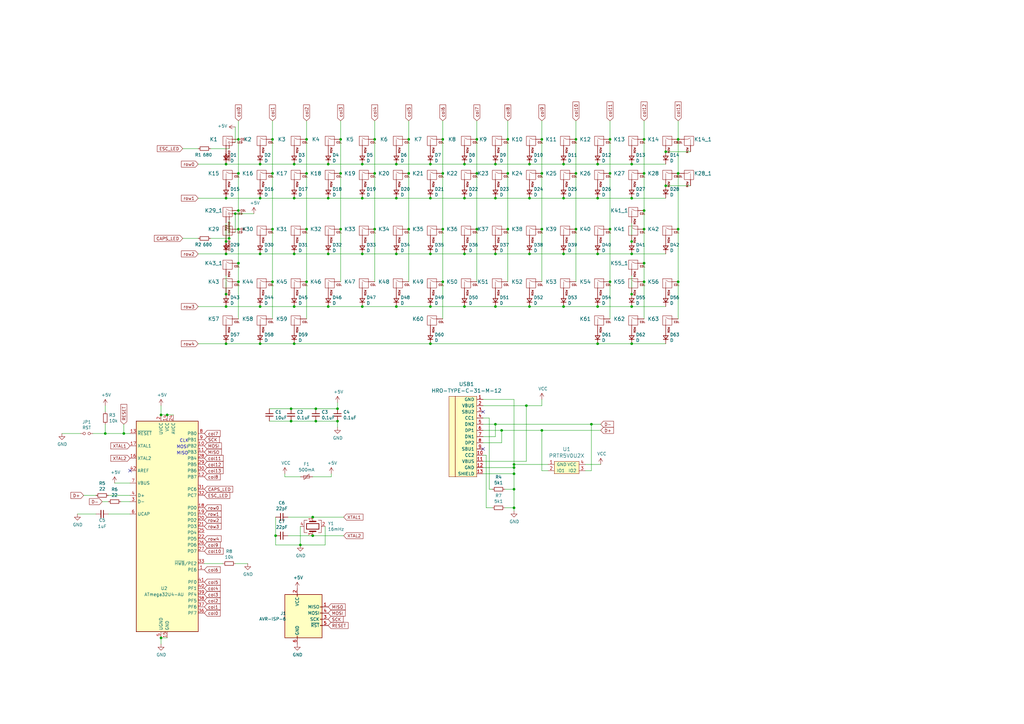
<source format=kicad_sch>
(kicad_sch (version 20210621) (generator eeschema)
  (paper "A3")
  (junction (at 43.18 177.8))
  (junction (at 50.8 177.8))
  (junction (at 66.04 170.18))
  (junction (at 66.04 261.62))
  (junction (at 68.58 170.18))
  (junction (at 92.71 67.31))
  (junction (at 92.71 81.28))
  (junction (at 92.71 99.06))
  (junction (at 92.71 104.14))
  (junction (at 92.71 120.65))
  (junction (at 92.71 125.73))
  (junction (at 92.71 140.97))
  (junction (at 93.98 97.79))
  (junction (at 96.52 87.63))
  (junction (at 97.79 57.15))
  (junction (at 97.79 71.12))
  (junction (at 97.79 86.36))
  (junction (at 97.79 93.98))
  (junction (at 97.79 107.95))
  (junction (at 97.79 115.57))
  (junction (at 106.68 67.31))
  (junction (at 106.68 81.28))
  (junction (at 106.68 104.14))
  (junction (at 106.68 125.73))
  (junction (at 106.68 140.97))
  (junction (at 111.76 57.15))
  (junction (at 111.76 71.12))
  (junction (at 111.76 93.98))
  (junction (at 111.76 115.57))
  (junction (at 113.03 219.71))
  (junction (at 119.38 167.64))
  (junction (at 119.38 172.72))
  (junction (at 120.65 67.31))
  (junction (at 120.65 81.28))
  (junction (at 120.65 104.14))
  (junction (at 120.65 125.73))
  (junction (at 120.65 140.97))
  (junction (at 123.19 223.52))
  (junction (at 125.73 57.15))
  (junction (at 125.73 71.12))
  (junction (at 125.73 93.98))
  (junction (at 125.73 115.57))
  (junction (at 128.27 212.09))
  (junction (at 128.27 219.71))
  (junction (at 129.54 167.64))
  (junction (at 129.54 172.72))
  (junction (at 134.62 67.31))
  (junction (at 134.62 81.28))
  (junction (at 134.62 104.14))
  (junction (at 134.62 125.73))
  (junction (at 138.43 167.64))
  (junction (at 138.43 172.72))
  (junction (at 139.7 57.15))
  (junction (at 139.7 71.12))
  (junction (at 139.7 93.98))
  (junction (at 148.59 67.31))
  (junction (at 148.59 81.28))
  (junction (at 148.59 104.14))
  (junction (at 148.59 125.73))
  (junction (at 153.67 57.15))
  (junction (at 153.67 71.12))
  (junction (at 153.67 93.98))
  (junction (at 162.56 67.31))
  (junction (at 162.56 81.28))
  (junction (at 162.56 104.14))
  (junction (at 162.56 125.73))
  (junction (at 167.64 57.15))
  (junction (at 167.64 71.12))
  (junction (at 167.64 93.98))
  (junction (at 176.53 67.31))
  (junction (at 176.53 81.28))
  (junction (at 176.53 104.14))
  (junction (at 176.53 125.73))
  (junction (at 176.53 140.97))
  (junction (at 181.61 57.15))
  (junction (at 181.61 71.12))
  (junction (at 181.61 93.98))
  (junction (at 181.61 115.57))
  (junction (at 190.5 67.31))
  (junction (at 190.5 81.28))
  (junction (at 190.5 104.14))
  (junction (at 190.5 125.73))
  (junction (at 195.58 57.15))
  (junction (at 195.58 71.12))
  (junction (at 195.58 93.98))
  (junction (at 203.2 67.31))
  (junction (at 203.2 81.28))
  (junction (at 203.2 104.14))
  (junction (at 203.2 125.73))
  (junction (at 203.2 173.99))
  (junction (at 205.74 176.53))
  (junction (at 208.28 57.15))
  (junction (at 208.28 71.12))
  (junction (at 208.28 93.98))
  (junction (at 210.82 190.5))
  (junction (at 210.82 191.77))
  (junction (at 210.82 194.31))
  (junction (at 210.82 200.66))
  (junction (at 210.82 208.28))
  (junction (at 215.9 166.37))
  (junction (at 217.17 67.31))
  (junction (at 217.17 81.28))
  (junction (at 217.17 104.14))
  (junction (at 217.17 125.73))
  (junction (at 222.25 57.15))
  (junction (at 222.25 71.12))
  (junction (at 222.25 93.98))
  (junction (at 222.25 176.53))
  (junction (at 231.14 67.31))
  (junction (at 231.14 81.28))
  (junction (at 231.14 104.14))
  (junction (at 231.14 125.73))
  (junction (at 236.22 57.15))
  (junction (at 236.22 71.12))
  (junction (at 236.22 93.98))
  (junction (at 242.57 173.99))
  (junction (at 245.11 67.31))
  (junction (at 245.11 81.28))
  (junction (at 245.11 104.14))
  (junction (at 245.11 125.73))
  (junction (at 245.11 140.97))
  (junction (at 250.19 57.15))
  (junction (at 250.19 71.12))
  (junction (at 250.19 93.98))
  (junction (at 250.19 115.57))
  (junction (at 259.08 67.31))
  (junction (at 259.08 81.28))
  (junction (at 259.08 99.06))
  (junction (at 259.08 104.14))
  (junction (at 259.08 120.65))
  (junction (at 259.08 125.73))
  (junction (at 259.08 140.97))
  (junction (at 264.16 57.15))
  (junction (at 264.16 71.12))
  (junction (at 264.16 86.36))
  (junction (at 264.16 93.98))
  (junction (at 264.16 107.95))
  (junction (at 264.16 115.57))
  (junction (at 273.05 62.23))
  (junction (at 273.05 76.2))
  (junction (at 278.13 57.15))
  (junction (at 278.13 71.12))
  (junction (at 278.13 93.98))
  (junction (at 278.13 115.57))
  (no_connect (at 53.34 193.04))
  (no_connect (at 198.12 168.91))
  (no_connect (at 198.12 184.15))
  (wire (pts (xy 25.4 177.8) (xy 33.02 177.8)))
  (wire (pts (xy 31.75 210.82) (xy 39.37 210.82)))
  (wire (pts (xy 34.29 203.2) (xy 39.37 203.2)))
  (wire (pts (xy 38.1 177.8) (xy 43.18 177.8)))
  (wire (pts (xy 43.18 166.37) (xy 43.18 168.91)))
  (wire (pts (xy 43.18 173.99) (xy 43.18 177.8)))
  (wire (pts (xy 43.18 177.8) (xy 50.8 177.8)))
  (wire (pts (xy 44.45 203.2) (xy 53.34 203.2)))
  (wire (pts (xy 44.45 205.74) (xy 41.91 205.74)))
  (wire (pts (xy 44.45 210.82) (xy 53.34 210.82)))
  (wire (pts (xy 50.8 173.99) (xy 50.8 177.8)))
  (wire (pts (xy 50.8 177.8) (xy 53.34 177.8)))
  (wire (pts (xy 53.34 198.12) (xy 46.99 198.12)))
  (wire (pts (xy 53.34 205.74) (xy 49.53 205.74)))
  (wire (pts (xy 66.04 166.37) (xy 66.04 170.18)))
  (wire (pts (xy 66.04 170.18) (xy 68.58 170.18)))
  (wire (pts (xy 66.04 261.62) (xy 68.58 261.62)))
  (wire (pts (xy 66.04 264.16) (xy 66.04 261.62)))
  (wire (pts (xy 68.58 170.18) (xy 71.12 170.18)))
  (wire (pts (xy 74.93 97.79) (xy 81.28 97.79)))
  (wire (pts (xy 81.28 60.96) (xy 74.93 60.96)))
  (wire (pts (xy 81.28 67.31) (xy 92.71 67.31)))
  (wire (pts (xy 81.28 81.28) (xy 92.71 81.28)))
  (wire (pts (xy 81.28 104.14) (xy 92.71 104.14)))
  (wire (pts (xy 81.28 125.73) (xy 92.71 125.73)))
  (wire (pts (xy 83.82 231.14) (xy 91.44 231.14)))
  (wire (pts (xy 86.36 60.96) (xy 93.98 60.96)))
  (wire (pts (xy 92.71 67.31) (xy 106.68 67.31)))
  (wire (pts (xy 92.71 81.28) (xy 106.68 81.28)))
  (wire (pts (xy 92.71 91.44) (xy 92.71 99.06)))
  (wire (pts (xy 92.71 104.14) (xy 106.68 104.14)))
  (wire (pts (xy 92.71 113.03) (xy 92.71 120.65)))
  (wire (pts (xy 92.71 125.73) (xy 106.68 125.73)))
  (wire (pts (xy 92.71 140.97) (xy 81.28 140.97)))
  (wire (pts (xy 93.98 90.17) (xy 93.98 97.79)))
  (wire (pts (xy 93.98 97.79) (xy 86.36 97.79)))
  (wire (pts (xy 96.52 58.42) (xy 96.52 52.07)))
  (wire (pts (xy 96.52 87.63) (xy 104.14 87.63)))
  (wire (pts (xy 96.52 95.25) (xy 96.52 87.63)))
  (wire (pts (xy 96.52 231.14) (xy 101.6 231.14)))
  (wire (pts (xy 97.79 49.53) (xy 97.79 57.15)))
  (wire (pts (xy 97.79 57.15) (xy 97.79 71.12)))
  (wire (pts (xy 97.79 71.12) (xy 97.79 86.36)))
  (wire (pts (xy 97.79 86.36) (xy 97.79 93.98)))
  (wire (pts (xy 97.79 107.95) (xy 97.79 93.98)))
  (wire (pts (xy 97.79 115.57) (xy 97.79 107.95)))
  (wire (pts (xy 97.79 130.81) (xy 97.79 115.57)))
  (wire (pts (xy 106.68 67.31) (xy 120.65 67.31)))
  (wire (pts (xy 106.68 81.28) (xy 120.65 81.28)))
  (wire (pts (xy 106.68 104.14) (xy 120.65 104.14)))
  (wire (pts (xy 106.68 125.73) (xy 120.65 125.73)))
  (wire (pts (xy 106.68 140.97) (xy 92.71 140.97)))
  (wire (pts (xy 110.49 167.64) (xy 119.38 167.64)))
  (wire (pts (xy 110.49 172.72) (xy 119.38 172.72)))
  (wire (pts (xy 111.76 57.15) (xy 111.76 49.53)))
  (wire (pts (xy 111.76 71.12) (xy 111.76 57.15)))
  (wire (pts (xy 111.76 93.98) (xy 111.76 71.12)))
  (wire (pts (xy 111.76 115.57) (xy 111.76 93.98)))
  (wire (pts (xy 111.76 130.81) (xy 111.76 115.57)))
  (wire (pts (xy 113.03 212.09) (xy 113.03 219.71)))
  (wire (pts (xy 113.03 219.71) (xy 113.03 223.52)))
  (wire (pts (xy 113.03 223.52) (xy 123.19 223.52)))
  (wire (pts (xy 116.84 195.58) (xy 116.84 194.31)))
  (wire (pts (xy 118.11 212.09) (xy 128.27 212.09)))
  (wire (pts (xy 118.11 219.71) (xy 128.27 219.71)))
  (wire (pts (xy 119.38 167.64) (xy 129.54 167.64)))
  (wire (pts (xy 119.38 172.72) (xy 129.54 172.72)))
  (wire (pts (xy 120.65 67.31) (xy 134.62 67.31)))
  (wire (pts (xy 120.65 81.28) (xy 134.62 81.28)))
  (wire (pts (xy 120.65 104.14) (xy 134.62 104.14)))
  (wire (pts (xy 120.65 125.73) (xy 134.62 125.73)))
  (wire (pts (xy 120.65 140.97) (xy 106.68 140.97)))
  (wire (pts (xy 123.19 195.58) (xy 116.84 195.58)))
  (wire (pts (xy 123.19 223.52) (xy 123.19 215.9)))
  (wire (pts (xy 123.19 223.52) (xy 133.35 223.52)))
  (wire (pts (xy 125.73 57.15) (xy 125.73 49.53)))
  (wire (pts (xy 125.73 71.12) (xy 125.73 57.15)))
  (wire (pts (xy 125.73 93.98) (xy 125.73 71.12)))
  (wire (pts (xy 125.73 115.57) (xy 125.73 93.98)))
  (wire (pts (xy 125.73 130.81) (xy 125.73 115.57)))
  (wire (pts (xy 128.27 195.58) (xy 135.89 195.58)))
  (wire (pts (xy 128.27 212.09) (xy 140.97 212.09)))
  (wire (pts (xy 128.27 219.71) (xy 140.97 219.71)))
  (wire (pts (xy 129.54 167.64) (xy 138.43 167.64)))
  (wire (pts (xy 129.54 172.72) (xy 138.43 172.72)))
  (wire (pts (xy 133.35 223.52) (xy 133.35 215.9)))
  (wire (pts (xy 134.62 67.31) (xy 148.59 67.31)))
  (wire (pts (xy 134.62 81.28) (xy 148.59 81.28)))
  (wire (pts (xy 134.62 104.14) (xy 148.59 104.14)))
  (wire (pts (xy 134.62 125.73) (xy 148.59 125.73)))
  (wire (pts (xy 135.89 195.58) (xy 135.89 194.31)))
  (wire (pts (xy 138.43 167.64) (xy 138.43 165.1)))
  (wire (pts (xy 138.43 172.72) (xy 138.43 175.26)))
  (wire (pts (xy 139.7 57.15) (xy 139.7 49.53)))
  (wire (pts (xy 139.7 71.12) (xy 139.7 57.15)))
  (wire (pts (xy 139.7 93.98) (xy 139.7 71.12)))
  (wire (pts (xy 139.7 115.57) (xy 139.7 93.98)))
  (wire (pts (xy 148.59 67.31) (xy 162.56 67.31)))
  (wire (pts (xy 148.59 81.28) (xy 162.56 81.28)))
  (wire (pts (xy 148.59 104.14) (xy 162.56 104.14)))
  (wire (pts (xy 148.59 125.73) (xy 162.56 125.73)))
  (wire (pts (xy 153.67 57.15) (xy 153.67 49.53)))
  (wire (pts (xy 153.67 71.12) (xy 153.67 57.15)))
  (wire (pts (xy 153.67 93.98) (xy 153.67 71.12)))
  (wire (pts (xy 153.67 115.57) (xy 153.67 93.98)))
  (wire (pts (xy 162.56 67.31) (xy 176.53 67.31)))
  (wire (pts (xy 162.56 81.28) (xy 176.53 81.28)))
  (wire (pts (xy 162.56 104.14) (xy 176.53 104.14)))
  (wire (pts (xy 162.56 125.73) (xy 176.53 125.73)))
  (wire (pts (xy 167.64 57.15) (xy 167.64 49.53)))
  (wire (pts (xy 167.64 71.12) (xy 167.64 57.15)))
  (wire (pts (xy 167.64 93.98) (xy 167.64 71.12)))
  (wire (pts (xy 167.64 115.57) (xy 167.64 93.98)))
  (wire (pts (xy 176.53 67.31) (xy 190.5 67.31)))
  (wire (pts (xy 176.53 81.28) (xy 190.5 81.28)))
  (wire (pts (xy 176.53 104.14) (xy 190.5 104.14)))
  (wire (pts (xy 176.53 125.73) (xy 190.5 125.73)))
  (wire (pts (xy 176.53 140.97) (xy 120.65 140.97)))
  (wire (pts (xy 181.61 57.15) (xy 181.61 49.53)))
  (wire (pts (xy 181.61 71.12) (xy 181.61 57.15)))
  (wire (pts (xy 181.61 93.98) (xy 181.61 71.12)))
  (wire (pts (xy 181.61 115.57) (xy 181.61 93.98)))
  (wire (pts (xy 181.61 130.81) (xy 181.61 115.57)))
  (wire (pts (xy 190.5 67.31) (xy 203.2 67.31)))
  (wire (pts (xy 190.5 81.28) (xy 203.2 81.28)))
  (wire (pts (xy 190.5 104.14) (xy 203.2 104.14)))
  (wire (pts (xy 190.5 125.73) (xy 203.2 125.73)))
  (wire (pts (xy 195.58 57.15) (xy 195.58 49.53)))
  (wire (pts (xy 195.58 71.12) (xy 195.58 57.15)))
  (wire (pts (xy 195.58 93.98) (xy 195.58 71.12)))
  (wire (pts (xy 195.58 115.57) (xy 195.58 93.98)))
  (wire (pts (xy 198.12 163.83) (xy 210.82 163.83)))
  (wire (pts (xy 198.12 166.37) (xy 215.9 166.37)))
  (wire (pts (xy 198.12 171.45) (xy 200.66 171.45)))
  (wire (pts (xy 198.12 173.99) (xy 203.2 173.99)))
  (wire (pts (xy 198.12 176.53) (xy 205.74 176.53)))
  (wire (pts (xy 198.12 179.07) (xy 203.2 179.07)))
  (wire (pts (xy 198.12 181.61) (xy 205.74 181.61)))
  (wire (pts (xy 198.12 186.69) (xy 199.39 186.69)))
  (wire (pts (xy 198.12 189.23) (xy 215.9 189.23)))
  (wire (pts (xy 198.12 191.77) (xy 210.82 191.77)))
  (wire (pts (xy 198.12 194.31) (xy 210.82 194.31)))
  (wire (pts (xy 199.39 186.69) (xy 199.39 208.28)))
  (wire (pts (xy 199.39 208.28) (xy 201.93 208.28)))
  (wire (pts (xy 200.66 171.45) (xy 200.66 200.66)))
  (wire (pts (xy 200.66 200.66) (xy 201.93 200.66)))
  (wire (pts (xy 203.2 67.31) (xy 217.17 67.31)))
  (wire (pts (xy 203.2 81.28) (xy 217.17 81.28)))
  (wire (pts (xy 203.2 104.14) (xy 217.17 104.14)))
  (wire (pts (xy 203.2 125.73) (xy 217.17 125.73)))
  (wire (pts (xy 203.2 173.99) (xy 242.57 173.99)))
  (wire (pts (xy 203.2 179.07) (xy 203.2 173.99)))
  (wire (pts (xy 205.74 176.53) (xy 222.25 176.53)))
  (wire (pts (xy 205.74 181.61) (xy 205.74 176.53)))
  (wire (pts (xy 207.01 200.66) (xy 210.82 200.66)))
  (wire (pts (xy 207.01 208.28) (xy 210.82 208.28)))
  (wire (pts (xy 208.28 57.15) (xy 208.28 49.53)))
  (wire (pts (xy 208.28 71.12) (xy 208.28 57.15)))
  (wire (pts (xy 208.28 93.98) (xy 208.28 71.12)))
  (wire (pts (xy 208.28 115.57) (xy 208.28 93.98)))
  (wire (pts (xy 210.82 163.83) (xy 210.82 190.5)))
  (wire (pts (xy 210.82 190.5) (xy 210.82 191.77)))
  (wire (pts (xy 210.82 191.77) (xy 210.82 194.31)))
  (wire (pts (xy 210.82 194.31) (xy 210.82 200.66)))
  (wire (pts (xy 210.82 200.66) (xy 210.82 208.28)))
  (wire (pts (xy 210.82 208.28) (xy 210.82 209.55)))
  (wire (pts (xy 215.9 166.37) (xy 222.25 166.37)))
  (wire (pts (xy 215.9 189.23) (xy 215.9 166.37)))
  (wire (pts (xy 217.17 67.31) (xy 231.14 67.31)))
  (wire (pts (xy 217.17 81.28) (xy 231.14 81.28)))
  (wire (pts (xy 217.17 104.14) (xy 231.14 104.14)))
  (wire (pts (xy 217.17 125.73) (xy 231.14 125.73)))
  (wire (pts (xy 222.25 57.15) (xy 222.25 49.53)))
  (wire (pts (xy 222.25 71.12) (xy 222.25 57.15)))
  (wire (pts (xy 222.25 93.98) (xy 222.25 71.12)))
  (wire (pts (xy 222.25 115.57) (xy 222.25 93.98)))
  (wire (pts (xy 222.25 166.37) (xy 222.25 163.83)))
  (wire (pts (xy 222.25 176.53) (xy 246.38 176.53)))
  (wire (pts (xy 222.25 193.04) (xy 222.25 176.53)))
  (wire (pts (xy 224.79 190.5) (xy 210.82 190.5)))
  (wire (pts (xy 224.79 193.04) (xy 222.25 193.04)))
  (wire (pts (xy 231.14 67.31) (xy 245.11 67.31)))
  (wire (pts (xy 231.14 81.28) (xy 245.11 81.28)))
  (wire (pts (xy 231.14 104.14) (xy 245.11 104.14)))
  (wire (pts (xy 231.14 125.73) (xy 245.11 125.73)))
  (wire (pts (xy 236.22 57.15) (xy 236.22 49.53)))
  (wire (pts (xy 236.22 71.12) (xy 236.22 57.15)))
  (wire (pts (xy 236.22 93.98) (xy 236.22 71.12)))
  (wire (pts (xy 236.22 115.57) (xy 236.22 93.98)))
  (wire (pts (xy 240.03 190.5) (xy 246.38 190.5)))
  (wire (pts (xy 240.03 193.04) (xy 242.57 193.04)))
  (wire (pts (xy 242.57 173.99) (xy 246.38 173.99)))
  (wire (pts (xy 242.57 193.04) (xy 242.57 173.99)))
  (wire (pts (xy 245.11 67.31) (xy 259.08 67.31)))
  (wire (pts (xy 245.11 81.28) (xy 259.08 81.28)))
  (wire (pts (xy 245.11 104.14) (xy 259.08 104.14)))
  (wire (pts (xy 245.11 125.73) (xy 259.08 125.73)))
  (wire (pts (xy 245.11 140.97) (xy 176.53 140.97)))
  (wire (pts (xy 250.19 57.15) (xy 250.19 49.53)))
  (wire (pts (xy 250.19 71.12) (xy 250.19 57.15)))
  (wire (pts (xy 250.19 93.98) (xy 250.19 71.12)))
  (wire (pts (xy 250.19 115.57) (xy 250.19 93.98)))
  (wire (pts (xy 250.19 130.81) (xy 250.19 115.57)))
  (wire (pts (xy 259.08 67.31) (xy 273.05 67.31)))
  (wire (pts (xy 259.08 81.28) (xy 273.05 81.28)))
  (wire (pts (xy 259.08 91.44) (xy 259.08 99.06)))
  (wire (pts (xy 259.08 104.14) (xy 273.05 104.14)))
  (wire (pts (xy 259.08 113.03) (xy 259.08 120.65)))
  (wire (pts (xy 259.08 125.73) (xy 273.05 125.73)))
  (wire (pts (xy 259.08 140.97) (xy 245.11 140.97)))
  (wire (pts (xy 264.16 57.15) (xy 264.16 49.53)))
  (wire (pts (xy 264.16 71.12) (xy 264.16 57.15)))
  (wire (pts (xy 264.16 86.36) (xy 264.16 71.12)))
  (wire (pts (xy 264.16 93.98) (xy 264.16 86.36)))
  (wire (pts (xy 264.16 107.95) (xy 264.16 93.98)))
  (wire (pts (xy 264.16 115.57) (xy 264.16 107.95)))
  (wire (pts (xy 264.16 130.81) (xy 264.16 115.57)))
  (wire (pts (xy 273.05 140.97) (xy 259.08 140.97)))
  (wire (pts (xy 278.13 49.53) (xy 278.13 57.15)))
  (wire (pts (xy 278.13 71.12) (xy 278.13 57.15)))
  (wire (pts (xy 278.13 93.98) (xy 278.13 71.12)))
  (wire (pts (xy 278.13 115.57) (xy 278.13 93.98)))
  (wire (pts (xy 278.13 130.81) (xy 278.13 115.57)))
  (wire (pts (xy 283.21 62.23) (xy 273.05 62.23)))
  (wire (pts (xy 283.21 76.2) (xy 273.05 76.2)))
  (text "MOSI" (at 72.39 184.15 0) (effects (font (size 1.27 1.27)) (justify left bottom)))
  (text "MISO\n" (at 72.39 186.69 0) (effects (font (size 1.27 1.27)) (justify left bottom)))
  (text "CLK\n" (at 73.66 181.61 0) (effects (font (size 1.27 1.27)) (justify left bottom)))
  (global_label "D+" (shape input) (at 34.29 203.2 180) (property "Intersheet References" "${INTERSHEET_REFS}" (effects hide)))
  (global_label "D-" (shape input) (at 41.91 205.74 180) (property "Intersheet References" "${INTERSHEET_REFS}" (effects hide)))
  (global_label "RESET" (shape input) (at 50.8 173.99 90) (property "Intersheet References" "${INTERSHEET_REFS}" (effects hide)))
  (global_label "XTAL1" (shape input) (at 53.34 182.88 180) (property "Intersheet References" "${INTERSHEET_REFS}" (effects hide)))
  (global_label "XTAL2" (shape input) (at 53.34 187.96 180) (property "Intersheet References" "${INTERSHEET_REFS}" (effects hide)))
  (global_label "ESC_LED" (shape input) (at 74.93 60.96 180) (property "Intersheet References" "${INTERSHEET_REFS}" (effects hide)))
  (global_label "CAPS_LED" (shape input) (at 74.93 97.79 180) (property "Intersheet References" "${INTERSHEET_REFS}" (effects hide)))
  (global_label "row0" (shape input) (at 81.28 67.31 180) (property "Intersheet References" "${INTERSHEET_REFS}" (effects hide)))
  (global_label "row1" (shape input) (at 81.28 81.28 180) (property "Intersheet References" "${INTERSHEET_REFS}" (effects hide)))
  (global_label "row2" (shape input) (at 81.28 104.14 180) (property "Intersheet References" "${INTERSHEET_REFS}" (effects hide)))
  (global_label "row3" (shape input) (at 81.28 125.73 180) (property "Intersheet References" "${INTERSHEET_REFS}" (effects hide)))
  (global_label "row4" (shape input) (at 81.28 140.97 180) (property "Intersheet References" "${INTERSHEET_REFS}" (effects hide)))
  (global_label "col7" (shape input) (at 83.82 177.8 0) (property "Intersheet References" "${INTERSHEET_REFS}" (effects hide)))
  (global_label "SCK" (shape input) (at 83.82 180.34 0) (property "Intersheet References" "${INTERSHEET_REFS}" (effects hide)))
  (global_label "MOSI" (shape input) (at 83.82 182.88 0) (property "Intersheet References" "${INTERSHEET_REFS}" (effects hide)))
  (global_label "MISO" (shape input) (at 83.82 185.42 0) (property "Intersheet References" "${INTERSHEET_REFS}" (effects hide)))
  (global_label "col11" (shape input) (at 83.82 187.96 0) (property "Intersheet References" "${INTERSHEET_REFS}" (effects hide)))
  (global_label "col12" (shape input) (at 83.82 190.5 0) (property "Intersheet References" "${INTERSHEET_REFS}" (effects hide)))
  (global_label "col13" (shape input) (at 83.82 193.04 0) (property "Intersheet References" "${INTERSHEET_REFS}" (effects hide)))
  (global_label "col8" (shape input) (at 83.82 195.58 0) (property "Intersheet References" "${INTERSHEET_REFS}" (effects hide)))
  (global_label "CAPS_LED" (shape input) (at 83.82 200.66 0) (property "Intersheet References" "${INTERSHEET_REFS}" (effects hide)))
  (global_label "ESC_LED" (shape input) (at 83.82 203.2 0) (property "Intersheet References" "${INTERSHEET_REFS}" (effects hide)))
  (global_label "row0" (shape input) (at 83.82 208.28 0) (property "Intersheet References" "${INTERSHEET_REFS}" (effects hide)))
  (global_label "row1" (shape input) (at 83.82 210.82 0) (property "Intersheet References" "${INTERSHEET_REFS}" (effects hide)))
  (global_label "row2" (shape input) (at 83.82 213.36 0) (property "Intersheet References" "${INTERSHEET_REFS}" (effects hide)))
  (global_label "row3" (shape input) (at 83.82 215.9 0) (property "Intersheet References" "${INTERSHEET_REFS}" (effects hide)))
  (global_label "row4" (shape input) (at 83.82 220.98 0) (property "Intersheet References" "${INTERSHEET_REFS}" (effects hide)))
  (global_label "col9" (shape input) (at 83.82 223.52 0) (property "Intersheet References" "${INTERSHEET_REFS}" (effects hide)))
  (global_label "col10" (shape input) (at 83.82 226.06 0) (property "Intersheet References" "${INTERSHEET_REFS}" (effects hide)))
  (global_label "col6" (shape input) (at 83.82 233.68 0) (property "Intersheet References" "${INTERSHEET_REFS}" (effects hide)))
  (global_label "col5" (shape input) (at 83.82 238.76 0) (property "Intersheet References" "${INTERSHEET_REFS}" (effects hide)))
  (global_label "col4" (shape input) (at 83.82 241.3 0) (property "Intersheet References" "${INTERSHEET_REFS}" (effects hide)))
  (global_label "col3" (shape input) (at 83.82 243.84 0) (property "Intersheet References" "${INTERSHEET_REFS}" (effects hide)))
  (global_label "col2" (shape input) (at 83.82 246.38 0) (property "Intersheet References" "${INTERSHEET_REFS}" (effects hide)))
  (global_label "col1" (shape input) (at 83.82 248.92 0) (property "Intersheet References" "${INTERSHEET_REFS}" (effects hide)))
  (global_label "col0" (shape input) (at 83.82 251.46 0) (property "Intersheet References" "${INTERSHEET_REFS}" (effects hide)))
  (global_label "col0" (shape input) (at 97.79 49.53 90) (property "Intersheet References" "${INTERSHEET_REFS}" (effects hide)))
  (global_label "col1" (shape input) (at 111.76 49.53 90) (property "Intersheet References" "${INTERSHEET_REFS}" (effects hide)))
  (global_label "col2" (shape input) (at 125.73 49.53 90) (property "Intersheet References" "${INTERSHEET_REFS}" (effects hide)))
  (global_label "MISO" (shape input) (at 134.62 248.92 0) (property "Intersheet References" "${INTERSHEET_REFS}" (effects hide)))
  (global_label "MOSI" (shape input) (at 134.62 251.46 0) (property "Intersheet References" "${INTERSHEET_REFS}" (effects hide)))
  (global_label "SCK" (shape input) (at 134.62 254 0) (property "Intersheet References" "${INTERSHEET_REFS}" (effects hide)))
  (global_label "RESET" (shape input) (at 134.62 256.54 0) (property "Intersheet References" "${INTERSHEET_REFS}" (effects hide)))
  (global_label "col3" (shape input) (at 139.7 49.53 90) (property "Intersheet References" "${INTERSHEET_REFS}" (effects hide)))
  (global_label "XTAL1" (shape input) (at 140.97 212.09 0) (property "Intersheet References" "${INTERSHEET_REFS}" (effects hide)))
  (global_label "XTAL2" (shape input) (at 140.97 219.71 0) (property "Intersheet References" "${INTERSHEET_REFS}" (effects hide)))
  (global_label "col4" (shape input) (at 153.67 49.53 90) (property "Intersheet References" "${INTERSHEET_REFS}" (effects hide)))
  (global_label "col5" (shape input) (at 167.64 49.53 90) (property "Intersheet References" "${INTERSHEET_REFS}" (effects hide)))
  (global_label "col6" (shape input) (at 181.61 49.53 90) (property "Intersheet References" "${INTERSHEET_REFS}" (effects hide)))
  (global_label "col7" (shape input) (at 195.58 49.53 90) (property "Intersheet References" "${INTERSHEET_REFS}" (effects hide)))
  (global_label "col8" (shape input) (at 208.28 49.53 90) (property "Intersheet References" "${INTERSHEET_REFS}" (effects hide)))
  (global_label "col9" (shape input) (at 222.25 49.53 90) (property "Intersheet References" "${INTERSHEET_REFS}" (effects hide)))
  (global_label "col10" (shape input) (at 236.22 49.53 90) (property "Intersheet References" "${INTERSHEET_REFS}" (effects hide)))
  (global_label "D-" (shape input) (at 246.38 173.99 0) (property "Intersheet References" "${INTERSHEET_REFS}" (effects hide)))
  (global_label "D+" (shape input) (at 246.38 176.53 0) (property "Intersheet References" "${INTERSHEET_REFS}" (effects hide)))
  (global_label "col11" (shape input) (at 250.19 49.53 90) (property "Intersheet References" "${INTERSHEET_REFS}" (effects hide)))
  (global_label "col12" (shape input) (at 264.16 49.53 90) (property "Intersheet References" "${INTERSHEET_REFS}" (effects hide)))
  (global_label "col13" (shape input) (at 278.13 49.53 90) (property "Intersheet References" "${INTERSHEET_REFS}" (effects hide)))
  (symbol (lib_id "power:+5V") (at 43.18 166.37 0) (unit 1)
    (property "Reference" "#PWR05" (effects hide))
    (property "Value" "+5V" (at 43.561 161.9758 0))
  )
  (symbol (lib_id "power:+5V") (at 46.99 198.12 0) (unit 1)
    (property "Reference" "#PWR012" (effects hide))
    (property "Value" "+5V" (at 47.371 193.7258 0))
  )
  (symbol (lib_id "power:+5V") (at 66.04 166.37 0) (unit 1)
    (property "Reference" "#PWR06" (effects hide))
    (property "Value" "+5V" (at 66.421 161.9758 0))
  )
  (symbol (lib_id "power:+5V") (at 96.52 52.07 90) (unit 1)
    (property "Reference" "#PWR01" (effects hide))
    (property "Value" "+5V" (at 93.2688 51.689 90) (effects (justify left)))
  )
  (symbol (lib_id "power:+5V") (at 104.14 87.63 0) (unit 1)
    (property "Reference" "#PWR02" (effects hide))
    (property "Value" "+5V" (at 104.521 83.2358 0))
  )
  (symbol (lib_id "power:VCC") (at 116.84 194.31 0) (unit 1)
    (property "Reference" "#PWR010" (effects hide))
    (property "Value" "VCC" (at 117.2718 189.9158 0))
  )
  (symbol (lib_id "power:+5V") (at 121.92 241.3 0) (unit 1)
    (property "Reference" "#PWR017" (effects hide))
    (property "Value" "+5V" (at 122.301 236.9058 0))
  )
  (symbol (lib_id "power:+5V") (at 135.89 194.31 0) (unit 1)
    (property "Reference" "#PWR011" (effects hide))
    (property "Value" "+5V" (at 136.271 189.9158 0))
  )
  (symbol (lib_id "power:+5V") (at 138.43 165.1 0) (unit 1)
    (property "Reference" "#PWR04" (effects hide))
    (property "Value" "+5V" (at 138.811 160.7058 0))
  )
  (symbol (lib_id "power:VCC") (at 222.25 163.83 0) (unit 1)
    (property "Reference" "#PWR03" (effects hide))
    (property "Value" "VCC" (at 222.6818 159.4358 0))
  )
  (symbol (lib_id "power:VCC") (at 246.38 190.5 0) (unit 1)
    (property "Reference" "#PWR09" (effects hide))
    (property "Value" "VCC" (at 246.8118 186.1058 0))
  )
  (symbol (lib_id "Device:Jumper_NO_Small") (at 35.56 177.8 0) (unit 1)
    (property "Reference" "JP1" (at 35.56 173.101 0))
    (property "Value" "RST" (at 35.56 175.4124 0))
    (property "Footprint" "IDB:Reset_holes" (effects hide))
  )
  (symbol (lib_id "power:GND") (at 25.4 177.8 0) (unit 1)
    (property "Reference" "#PWR08" (effects hide))
    (property "Value" "GND" (at 25.527 182.1942 0))
  )
  (symbol (lib_id "power:GND") (at 31.75 210.82 0) (unit 1)
    (property "Reference" "#PWR014" (effects hide))
    (property "Value" "GND" (at 31.877 215.2142 0))
  )
  (symbol (lib_id "power:GND") (at 66.04 264.16 0) (unit 1)
    (property "Reference" "#PWR018" (effects hide))
    (property "Value" "GND" (at 66.167 268.5542 0))
  )
  (symbol (lib_id "power:GND") (at 101.6 231.14 0) (unit 1)
    (property "Reference" "#PWR016" (effects hide))
    (property "Value" "GND" (at 101.727 235.5342 0))
  )
  (symbol (lib_id "power:GND") (at 121.92 264.16 0) (unit 1)
    (property "Reference" "#PWR019" (effects hide))
    (property "Value" "GND" (at 122.047 268.5542 0))
  )
  (symbol (lib_id "power:GND") (at 123.19 223.52 0) (unit 1)
    (property "Reference" "#PWR015" (effects hide))
    (property "Value" "GND" (at 123.317 227.9142 0))
  )
  (symbol (lib_id "power:GND") (at 138.43 175.26 0) (unit 1)
    (property "Reference" "#PWR07" (effects hide))
    (property "Value" "GND" (at 138.557 179.6542 0))
  )
  (symbol (lib_id "power:GND") (at 210.82 209.55 0) (unit 1)
    (property "Reference" "#PWR013" (effects hide))
    (property "Value" "GND" (at 210.947 213.9442 0))
  )
  (symbol (lib_id "Device:R_Small") (at 41.91 203.2 270) (unit 1)
    (property "Reference" "R5" (at 41.91 198.2216 90))
    (property "Value" "22" (at 41.91 200.533 90))
    (property "Footprint" "Resistor_SMD:R_0805_2012Metric" (effects hide))
    (property "LCSC" "C416086" (effects hide))
  )
  (symbol (lib_id "Device:R_Small") (at 43.18 171.45 0) (unit 1)
    (property "Reference" "R3" (at 44.6786 170.2816 0) (effects (justify left)))
    (property "Value" "10k" (at 44.6786 172.593 0) (effects (justify left)))
    (property "Footprint" "Resistor_SMD:R_0805_2012Metric" (effects hide))
    (property "LCSC" "C17414" (effects hide))
  )
  (symbol (lib_id "Device:R_Small") (at 46.99 205.74 270) (unit 1)
    (property "Reference" "R6" (at 46.99 200.7616 90))
    (property "Value" "22" (at 46.99 203.073 90))
    (property "Footprint" "Resistor_SMD:R_0805_2012Metric" (effects hide))
    (property "LCSC" "C416086" (effects hide))
  )
  (symbol (lib_id "Device:R_Small") (at 83.82 60.96 270)
    (property "Reference" "R1" (at 81.28 63.5 90))
    (property "Value" "680" (at 85.09 63.5 90))
    (property "Footprint" "Resistor_SMD:R_0805_2012Metric" (effects hide))
    (property "LCSC" "C25324" (effects hide))
  )
  (symbol (lib_id "Device:R_Small") (at 83.82 97.79 270)
    (property "Reference" "R2" (at 81.28 100.33 90))
    (property "Value" "680" (at 85.09 100.33 90))
    (property "Footprint" "Resistor_SMD:R_0805_2012Metric" (effects hide))
    (property "LCSC" "C25324" (effects hide))
  )
  (symbol (lib_id "Device:R_Small") (at 93.98 231.14 270) (unit 1)
    (property "Reference" "R8" (at 93.98 226.1616 90))
    (property "Value" "10k" (at 93.98 228.473 90))
    (property "Footprint" "Resistor_SMD:R_0805_2012Metric" (effects hide))
    (property "LCSC" "C17414" (effects hide))
  )
  (symbol (lib_id "Device:R_Small") (at 204.47 200.66 270) (unit 1)
    (property "Reference" "R4" (at 204.47 195.6816 90))
    (property "Value" "5k1" (at 204.47 197.993 90))
    (property "Footprint" "Resistor_SMD:R_0805_2012Metric" (effects hide))
    (property "LCSC" "C118848" (effects hide))
  )
  (symbol (lib_id "Device:R_Small") (at 204.47 208.28 270) (unit 1)
    (property "Reference" "R7" (at 204.47 203.3016 90))
    (property "Value" "5k1" (at 204.47 205.613 90))
    (property "Footprint" "Resistor_SMD:R_0805_2012Metric" (effects hide))
    (property "LCSC" "C118848" (effects hide))
  )
  (symbol (lib_id "Device:Polyfuse_Small") (at 125.73 195.58 270) (unit 1)
    (property "Reference" "F1" (at 125.73 190.373 90))
    (property "Value" "500mA" (at 125.73 192.6844 90))
    (property "Footprint" "Fuse:Fuse_1206_3216Metric" (effects hide))
    (property "LCSC" "C70076" (effects hide))
  )
  (symbol (lib_id "Device:D_Small") (at 92.71 64.77 90)
    (property "Reference" "D1" (at 94.4372 63.6016 90) (effects (justify right)))
    (property "Value" "D" (at 94.4372 65.913 90) (effects (justify right)))
    (property "Footprint" "random-keyboard-parts:D_SOD-123-Pretty" (effects hide))
    (property "LCSC" "C64898" (effects hide))
  )
  (symbol (lib_id "Device:D_Small") (at 92.71 78.74 90)
    (property "Reference" "D15" (at 94.4372 77.5716 90) (effects (justify right)))
    (property "Value" "D" (at 94.4372 79.883 90) (effects (justify right)))
    (property "Footprint" "random-keyboard-parts:D_SOD-123-Pretty" (effects hide))
    (property "LCSC" "C64898" (effects hide))
  )
  (symbol (lib_id "Device:D_Small") (at 92.71 101.6 90)
    (property "Reference" "D29" (at 94.4372 100.4316 90) (effects (justify right)))
    (property "Value" "D" (at 94.4372 102.743 90) (effects (justify right)))
    (property "Footprint" "random-keyboard-parts:D_SOD-123-Pretty" (effects hide))
    (property "LCSC" "C64898" (effects hide))
  )
  (symbol (lib_id "Device:D_Small") (at 92.71 123.19 90)
    (property "Reference" "D43" (at 94.4372 122.0216 90) (effects (justify right)))
    (property "Value" "D" (at 94.4372 124.333 90) (effects (justify right)))
    (property "Footprint" "random-keyboard-parts:D_SOD-123-Pretty" (effects hide))
    (property "LCSC" "C64898" (effects hide))
  )
  (symbol (lib_id "Device:D_Small") (at 92.71 138.43 90)
    (property "Reference" "D57" (at 94.4372 137.2616 90) (effects (justify right)))
    (property "Value" "D" (at 94.4372 139.573 90) (effects (justify right)))
    (property "Footprint" "random-keyboard-parts:D_SOD-123-Pretty" (effects hide))
    (property "LCSC" "C64898" (effects hide))
  )
  (symbol (lib_id "Device:D_Small") (at 106.68 64.77 90)
    (property "Reference" "D2" (at 108.4072 63.6016 90) (effects (justify right)))
    (property "Value" "D" (at 108.4072 65.913 90) (effects (justify right)))
    (property "Footprint" "random-keyboard-parts:D_SOD-123-Pretty" (effects hide))
    (property "LCSC" "C64898" (effects hide))
  )
  (symbol (lib_id "Device:D_Small") (at 106.68 78.74 90)
    (property "Reference" "D16" (at 108.4072 77.5716 90) (effects (justify right)))
    (property "Value" "D" (at 108.4072 79.883 90) (effects (justify right)))
    (property "Footprint" "random-keyboard-parts:D_SOD-123-Pretty" (effects hide))
    (property "LCSC" "C64898" (effects hide))
  )
  (symbol (lib_id "Device:D_Small") (at 106.68 101.6 90)
    (property "Reference" "D30" (at 108.4072 100.4316 90) (effects (justify right)))
    (property "Value" "D" (at 108.4072 102.743 90) (effects (justify right)))
    (property "Footprint" "random-keyboard-parts:D_SOD-123-Pretty" (effects hide))
    (property "LCSC" "C64898" (effects hide))
  )
  (symbol (lib_id "Device:D_Small") (at 106.68 123.19 90)
    (property "Reference" "D44" (at 108.4072 122.0216 90) (effects (justify right)))
    (property "Value" "D" (at 108.4072 124.333 90) (effects (justify right)))
    (property "Footprint" "random-keyboard-parts:D_SOD-123-Pretty" (effects hide))
    (property "LCSC" "C64898" (effects hide))
  )
  (symbol (lib_id "Device:D_Small") (at 106.68 138.43 90)
    (property "Reference" "D58" (at 108.4072 137.2616 90) (effects (justify right)))
    (property "Value" "D" (at 108.4072 139.573 90) (effects (justify right)))
    (property "Footprint" "random-keyboard-parts:D_SOD-123-Pretty" (effects hide))
    (property "LCSC" "C64898" (effects hide))
  )
  (symbol (lib_id "Device:D_Small") (at 120.65 64.77 90)
    (property "Reference" "D3" (at 122.3772 63.6016 90) (effects (justify right)))
    (property "Value" "D" (at 122.3772 65.913 90) (effects (justify right)))
    (property "Footprint" "random-keyboard-parts:D_SOD-123-Pretty" (effects hide))
    (property "LCSC" "C64898" (effects hide))
  )
  (symbol (lib_id "Device:D_Small") (at 120.65 78.74 90)
    (property "Reference" "D17" (at 122.3772 77.5716 90) (effects (justify right)))
    (property "Value" "D" (at 122.3772 79.883 90) (effects (justify right)))
    (property "Footprint" "random-keyboard-parts:D_SOD-123-Pretty" (effects hide))
    (property "LCSC" "C64898" (effects hide))
  )
  (symbol (lib_id "Device:D_Small") (at 120.65 101.6 90)
    (property "Reference" "D31" (at 122.3772 100.4316 90) (effects (justify right)))
    (property "Value" "D" (at 122.3772 102.743 90) (effects (justify right)))
    (property "Footprint" "random-keyboard-parts:D_SOD-123-Pretty" (effects hide))
    (property "LCSC" "C64898" (effects hide))
  )
  (symbol (lib_id "Device:D_Small") (at 120.65 123.19 90)
    (property "Reference" "D45" (at 122.3772 122.0216 90) (effects (justify right)))
    (property "Value" "D" (at 122.3772 124.333 90) (effects (justify right)))
    (property "Footprint" "random-keyboard-parts:D_SOD-123-Pretty" (effects hide))
    (property "LCSC" "C64898" (effects hide))
  )
  (symbol (lib_id "Device:D_Small") (at 120.65 138.43 90)
    (property "Reference" "D59" (at 122.3772 137.2616 90) (effects (justify right)))
    (property "Value" "D" (at 122.3772 139.573 90) (effects (justify right)))
    (property "Footprint" "random-keyboard-parts:D_SOD-123-Pretty" (effects hide))
    (property "LCSC" "C64898" (effects hide))
  )
  (symbol (lib_id "Device:D_Small") (at 134.62 64.77 90)
    (property "Reference" "D4" (at 136.3472 63.6016 90) (effects (justify right)))
    (property "Value" "D" (at 136.3472 65.913 90) (effects (justify right)))
    (property "Footprint" "random-keyboard-parts:D_SOD-123-Pretty" (effects hide))
    (property "LCSC" "C64898" (effects hide))
  )
  (symbol (lib_id "Device:D_Small") (at 134.62 78.74 90)
    (property "Reference" "D18" (at 136.3472 77.5716 90) (effects (justify right)))
    (property "Value" "D" (at 136.3472 79.883 90) (effects (justify right)))
    (property "Footprint" "random-keyboard-parts:D_SOD-123-Pretty" (effects hide))
    (property "LCSC" "C64898" (effects hide))
  )
  (symbol (lib_id "Device:D_Small") (at 134.62 101.6 90)
    (property "Reference" "D32" (at 136.3472 100.4316 90) (effects (justify right)))
    (property "Value" "D" (at 136.3472 102.743 90) (effects (justify right)))
    (property "Footprint" "random-keyboard-parts:D_SOD-123-Pretty" (effects hide))
    (property "LCSC" "C64898" (effects hide))
  )
  (symbol (lib_id "Device:D_Small") (at 134.62 123.19 90)
    (property "Reference" "D46" (at 136.3472 122.0216 90) (effects (justify right)))
    (property "Value" "D" (at 136.3472 124.333 90) (effects (justify right)))
    (property "Footprint" "random-keyboard-parts:D_SOD-123-Pretty" (effects hide))
    (property "LCSC" "C64898" (effects hide))
  )
  (symbol (lib_id "Device:D_Small") (at 148.59 64.77 90)
    (property "Reference" "D5" (at 150.3172 63.6016 90) (effects (justify right)))
    (property "Value" "D" (at 150.3172 65.913 90) (effects (justify right)))
    (property "Footprint" "random-keyboard-parts:D_SOD-123-Pretty" (effects hide))
    (property "LCSC" "C64898" (effects hide))
  )
  (symbol (lib_id "Device:D_Small") (at 148.59 78.74 90)
    (property "Reference" "D19" (at 150.3172 77.5716 90) (effects (justify right)))
    (property "Value" "D" (at 150.3172 79.883 90) (effects (justify right)))
    (property "Footprint" "random-keyboard-parts:D_SOD-123-Pretty" (effects hide))
    (property "LCSC" "C64898" (effects hide))
  )
  (symbol (lib_id "Device:D_Small") (at 148.59 101.6 90)
    (property "Reference" "D33" (at 150.3172 100.4316 90) (effects (justify right)))
    (property "Value" "D" (at 150.3172 102.743 90) (effects (justify right)))
    (property "Footprint" "random-keyboard-parts:D_SOD-123-Pretty" (effects hide))
    (property "LCSC" "C64898" (effects hide))
  )
  (symbol (lib_id "Device:D_Small") (at 148.59 123.19 90)
    (property "Reference" "D47" (at 150.3172 122.0216 90) (effects (justify right)))
    (property "Value" "D" (at 150.3172 124.333 90) (effects (justify right)))
    (property "Footprint" "random-keyboard-parts:D_SOD-123-Pretty" (effects hide))
    (property "LCSC" "C64898" (effects hide))
  )
  (symbol (lib_id "Device:D_Small") (at 162.56 64.77 90)
    (property "Reference" "D6" (at 164.2872 63.6016 90) (effects (justify right)))
    (property "Value" "D" (at 164.2872 65.913 90) (effects (justify right)))
    (property "Footprint" "random-keyboard-parts:D_SOD-123-Pretty" (effects hide))
    (property "LCSC" "C64898" (effects hide))
  )
  (symbol (lib_id "Device:D_Small") (at 162.56 78.74 90)
    (property "Reference" "D20" (at 164.2872 77.5716 90) (effects (justify right)))
    (property "Value" "D" (at 164.2872 79.883 90) (effects (justify right)))
    (property "Footprint" "random-keyboard-parts:D_SOD-123-Pretty" (effects hide))
    (property "LCSC" "C64898" (effects hide))
  )
  (symbol (lib_id "Device:D_Small") (at 162.56 101.6 90)
    (property "Reference" "D34" (at 164.2872 100.4316 90) (effects (justify right)))
    (property "Value" "D" (at 164.2872 102.743 90) (effects (justify right)))
    (property "Footprint" "random-keyboard-parts:D_SOD-123-Pretty" (effects hide))
    (property "LCSC" "C64898" (effects hide))
  )
  (symbol (lib_id "Device:D_Small") (at 162.56 123.19 90)
    (property "Reference" "D48" (at 164.2872 122.0216 90) (effects (justify right)))
    (property "Value" "D" (at 164.2872 124.333 90) (effects (justify right)))
    (property "Footprint" "random-keyboard-parts:D_SOD-123-Pretty" (effects hide))
    (property "LCSC" "C64898" (effects hide))
  )
  (symbol (lib_id "Device:D_Small") (at 176.53 64.77 90)
    (property "Reference" "D7" (at 178.2572 63.6016 90) (effects (justify right)))
    (property "Value" "D" (at 178.2572 65.913 90) (effects (justify right)))
    (property "Footprint" "random-keyboard-parts:D_SOD-123-Pretty" (effects hide))
    (property "LCSC" "C64898" (effects hide))
  )
  (symbol (lib_id "Device:D_Small") (at 176.53 78.74 90)
    (property "Reference" "D21" (at 178.2572 77.5716 90) (effects (justify right)))
    (property "Value" "D" (at 178.2572 79.883 90) (effects (justify right)))
    (property "Footprint" "random-keyboard-parts:D_SOD-123-Pretty" (effects hide))
    (property "LCSC" "C64898" (effects hide))
  )
  (symbol (lib_id "Device:D_Small") (at 176.53 101.6 90)
    (property "Reference" "D35" (at 178.2572 100.4316 90) (effects (justify right)))
    (property "Value" "D" (at 178.2572 102.743 90) (effects (justify right)))
    (property "Footprint" "random-keyboard-parts:D_SOD-123-Pretty" (effects hide))
    (property "LCSC" "C64898" (effects hide))
  )
  (symbol (lib_id "Device:D_Small") (at 176.53 123.19 90)
    (property "Reference" "D49" (at 178.2572 122.0216 90) (effects (justify right)))
    (property "Value" "D" (at 178.2572 124.333 90) (effects (justify right)))
    (property "Footprint" "random-keyboard-parts:D_SOD-123-Pretty" (effects hide))
    (property "LCSC" "C64898" (effects hide))
  )
  (symbol (lib_id "Device:D_Small") (at 176.53 138.43 90)
    (property "Reference" "D60" (at 178.2572 137.2616 90) (effects (justify right)))
    (property "Value" "D" (at 178.2572 139.573 90) (effects (justify right)))
    (property "Footprint" "random-keyboard-parts:D_SOD-123-Pretty" (effects hide))
    (property "LCSC" "C64898" (effects hide))
  )
  (symbol (lib_id "Device:D_Small") (at 190.5 64.77 90)
    (property "Reference" "D8" (at 192.2272 63.6016 90) (effects (justify right)))
    (property "Value" "D" (at 192.2272 65.913 90) (effects (justify right)))
    (property "Footprint" "random-keyboard-parts:D_SOD-123-Pretty" (effects hide))
    (property "LCSC" "C64898" (effects hide))
  )
  (symbol (lib_id "Device:D_Small") (at 190.5 78.74 90)
    (property "Reference" "D22" (at 192.2272 77.5716 90) (effects (justify right)))
    (property "Value" "D" (at 192.2272 79.883 90) (effects (justify right)))
    (property "Footprint" "random-keyboard-parts:D_SOD-123-Pretty" (effects hide))
    (property "LCSC" "C64898" (effects hide))
  )
  (symbol (lib_id "Device:D_Small") (at 190.5 101.6 90)
    (property "Reference" "D36" (at 192.2272 100.4316 90) (effects (justify right)))
    (property "Value" "D" (at 192.2272 102.743 90) (effects (justify right)))
    (property "Footprint" "random-keyboard-parts:D_SOD-123-Pretty" (effects hide))
    (property "LCSC" "C64898" (effects hide))
  )
  (symbol (lib_id "Device:D_Small") (at 190.5 123.19 90)
    (property "Reference" "D50" (at 192.2272 122.0216 90) (effects (justify right)))
    (property "Value" "D" (at 192.2272 124.333 90) (effects (justify right)))
    (property "Footprint" "random-keyboard-parts:D_SOD-123-Pretty" (effects hide))
    (property "LCSC" "C64898" (effects hide))
  )
  (symbol (lib_id "Device:D_Small") (at 203.2 64.77 90)
    (property "Reference" "D9" (at 204.9272 63.6016 90) (effects (justify right)))
    (property "Value" "D" (at 204.9272 65.913 90) (effects (justify right)))
    (property "Footprint" "random-keyboard-parts:D_SOD-123-Pretty" (effects hide))
    (property "LCSC" "C64898" (effects hide))
  )
  (symbol (lib_id "Device:D_Small") (at 203.2 78.74 90)
    (property "Reference" "D23" (at 204.9272 77.5716 90) (effects (justify right)))
    (property "Value" "D" (at 204.9272 79.883 90) (effects (justify right)))
    (property "Footprint" "random-keyboard-parts:D_SOD-123-Pretty" (effects hide))
    (property "LCSC" "C64898" (effects hide))
  )
  (symbol (lib_id "Device:D_Small") (at 203.2 101.6 90)
    (property "Reference" "D37" (at 204.9272 100.4316 90) (effects (justify right)))
    (property "Value" "D" (at 204.9272 102.743 90) (effects (justify right)))
    (property "Footprint" "random-keyboard-parts:D_SOD-123-Pretty" (effects hide))
    (property "LCSC" "C64898" (effects hide))
  )
  (symbol (lib_id "Device:D_Small") (at 203.2 123.19 90)
    (property "Reference" "D51" (at 204.9272 122.0216 90) (effects (justify right)))
    (property "Value" "D" (at 204.9272 124.333 90) (effects (justify right)))
    (property "Footprint" "random-keyboard-parts:D_SOD-123-Pretty" (effects hide))
    (property "LCSC" "C64898" (effects hide))
  )
  (symbol (lib_id "Device:D_Small") (at 217.17 64.77 90)
    (property "Reference" "D10" (at 218.8972 63.6016 90) (effects (justify right)))
    (property "Value" "D" (at 218.8972 65.913 90) (effects (justify right)))
    (property "Footprint" "random-keyboard-parts:D_SOD-123-Pretty" (effects hide))
    (property "LCSC" "C64898" (effects hide))
  )
  (symbol (lib_id "Device:D_Small") (at 217.17 78.74 90)
    (property "Reference" "D24" (at 218.8972 77.5716 90) (effects (justify right)))
    (property "Value" "D" (at 218.8972 79.883 90) (effects (justify right)))
    (property "Footprint" "random-keyboard-parts:D_SOD-123-Pretty" (effects hide))
    (property "LCSC" "C64898" (effects hide))
  )
  (symbol (lib_id "Device:D_Small") (at 217.17 101.6 90)
    (property "Reference" "D38" (at 218.8972 100.4316 90) (effects (justify right)))
    (property "Value" "D" (at 218.8972 102.743 90) (effects (justify right)))
    (property "Footprint" "random-keyboard-parts:D_SOD-123-Pretty" (effects hide))
    (property "LCSC" "C64898" (effects hide))
  )
  (symbol (lib_id "Device:D_Small") (at 217.17 123.19 90)
    (property "Reference" "D52" (at 218.8972 122.0216 90) (effects (justify right)))
    (property "Value" "D" (at 218.8972 124.333 90) (effects (justify right)))
    (property "Footprint" "random-keyboard-parts:D_SOD-123-Pretty" (effects hide))
    (property "LCSC" "C64898" (effects hide))
  )
  (symbol (lib_id "Device:D_Small") (at 231.14 64.77 90)
    (property "Reference" "D11" (at 232.8672 63.6016 90) (effects (justify right)))
    (property "Value" "D" (at 232.8672 65.913 90) (effects (justify right)))
    (property "Footprint" "random-keyboard-parts:D_SOD-123-Pretty" (effects hide))
    (property "LCSC" "C64898" (effects hide))
  )
  (symbol (lib_id "Device:D_Small") (at 231.14 78.74 90)
    (property "Reference" "D25" (at 232.8672 77.5716 90) (effects (justify right)))
    (property "Value" "D" (at 232.8672 79.883 90) (effects (justify right)))
    (property "Footprint" "random-keyboard-parts:D_SOD-123-Pretty" (effects hide))
    (property "LCSC" "C64898" (effects hide))
  )
  (symbol (lib_id "Device:D_Small") (at 231.14 101.6 90)
    (property "Reference" "D39" (at 232.8672 100.4316 90) (effects (justify right)))
    (property "Value" "D" (at 232.8672 102.743 90) (effects (justify right)))
    (property "Footprint" "random-keyboard-parts:D_SOD-123-Pretty" (effects hide))
    (property "LCSC" "C64898" (effects hide))
  )
  (symbol (lib_id "Device:D_Small") (at 231.14 123.19 90)
    (property "Reference" "D53" (at 232.8672 122.0216 90) (effects (justify right)))
    (property "Value" "D" (at 232.8672 124.333 90) (effects (justify right)))
    (property "Footprint" "random-keyboard-parts:D_SOD-123-Pretty" (effects hide))
    (property "LCSC" "C64898" (effects hide))
  )
  (symbol (lib_id "Device:D_Small") (at 245.11 64.77 90)
    (property "Reference" "D12" (at 246.8372 63.6016 90) (effects (justify right)))
    (property "Value" "D" (at 246.8372 65.913 90) (effects (justify right)))
    (property "Footprint" "random-keyboard-parts:D_SOD-123-Pretty" (effects hide))
    (property "LCSC" "C64898" (effects hide))
  )
  (symbol (lib_id "Device:D_Small") (at 245.11 78.74 90)
    (property "Reference" "D26" (at 246.8372 77.5716 90) (effects (justify right)))
    (property "Value" "D" (at 246.8372 79.883 90) (effects (justify right)))
    (property "Footprint" "random-keyboard-parts:D_SOD-123-Pretty" (effects hide))
    (property "LCSC" "C64898" (effects hide))
  )
  (symbol (lib_id "Device:D_Small") (at 245.11 101.6 90)
    (property "Reference" "D40" (at 246.8372 100.4316 90) (effects (justify right)))
    (property "Value" "D" (at 246.8372 102.743 90) (effects (justify right)))
    (property "Footprint" "random-keyboard-parts:D_SOD-123-Pretty" (effects hide))
    (property "LCSC" "C64898" (effects hide))
  )
  (symbol (lib_id "Device:D_Small") (at 245.11 123.19 90)
    (property "Reference" "D54" (at 246.8372 122.0216 90) (effects (justify right)))
    (property "Value" "D" (at 246.8372 124.333 90) (effects (justify right)))
    (property "Footprint" "random-keyboard-parts:D_SOD-123-Pretty" (effects hide))
    (property "LCSC" "C64898" (effects hide))
  )
  (symbol (lib_id "Device:D_Small") (at 245.11 138.43 90)
    (property "Reference" "D61" (at 246.8372 137.2616 90) (effects (justify right)))
    (property "Value" "D" (at 246.8372 139.573 90) (effects (justify right)))
    (property "Footprint" "random-keyboard-parts:D_SOD-123-Pretty" (effects hide))
    (property "LCSC" "C64898" (effects hide))
  )
  (symbol (lib_id "Device:D_Small") (at 259.08 64.77 90)
    (property "Reference" "D13" (at 260.8072 63.6016 90) (effects (justify right)))
    (property "Value" "D" (at 260.8072 65.913 90) (effects (justify right)))
    (property "Footprint" "random-keyboard-parts:D_SOD-123-Pretty" (effects hide))
    (property "LCSC" "C64898" (effects hide))
  )
  (symbol (lib_id "Device:D_Small") (at 259.08 78.74 90)
    (property "Reference" "D27" (at 260.8072 77.5716 90) (effects (justify right)))
    (property "Value" "D" (at 260.8072 79.883 90) (effects (justify right)))
    (property "Footprint" "random-keyboard-parts:D_SOD-123-Pretty" (effects hide))
    (property "LCSC" "C64898" (effects hide))
  )
  (symbol (lib_id "Device:D_Small") (at 259.08 101.6 90)
    (property "Reference" "D41" (at 260.8072 100.4316 90) (effects (justify right)))
    (property "Value" "D" (at 260.8072 102.743 90) (effects (justify right)))
    (property "Footprint" "random-keyboard-parts:D_SOD-123-Pretty" (effects hide))
    (property "LCSC" "C64898" (effects hide))
  )
  (symbol (lib_id "Device:D_Small") (at 259.08 123.19 90)
    (property "Reference" "D55" (at 260.8072 122.0216 90) (effects (justify right)))
    (property "Value" "D" (at 260.8072 124.333 90) (effects (justify right)))
    (property "Footprint" "random-keyboard-parts:D_SOD-123-Pretty" (effects hide))
    (property "LCSC" "C64898" (effects hide))
  )
  (symbol (lib_id "Device:D_Small") (at 259.08 138.43 90)
    (property "Reference" "D62" (at 260.8072 137.2616 90) (effects (justify right)))
    (property "Value" "D" (at 260.8072 139.573 90) (effects (justify right)))
    (property "Footprint" "random-keyboard-parts:D_SOD-123-Pretty" (effects hide))
    (property "LCSC" "C64898" (effects hide))
  )
  (symbol (lib_id "Device:D_Small") (at 273.05 64.77 90)
    (property "Reference" "D14" (at 274.7772 63.6016 90) (effects (justify right)))
    (property "Value" "D" (at 274.7772 65.913 90) (effects (justify right)))
    (property "Footprint" "random-keyboard-parts:D_SOD-123-Pretty" (effects hide))
    (property "LCSC" "C64898" (effects hide))
  )
  (symbol (lib_id "Device:D_Small") (at 273.05 78.74 90)
    (property "Reference" "D28" (at 274.7772 77.5716 90) (effects (justify right)))
    (property "Value" "D" (at 274.7772 79.883 90) (effects (justify right)))
    (property "Footprint" "random-keyboard-parts:D_SOD-123-Pretty" (effects hide))
    (property "LCSC" "C64898" (effects hide))
  )
  (symbol (lib_id "Device:D_Small") (at 273.05 101.6 90)
    (property "Reference" "D42" (at 274.7772 100.4316 90) (effects (justify right)))
    (property "Value" "D" (at 274.7772 102.743 90) (effects (justify right)))
    (property "Footprint" "random-keyboard-parts:D_SOD-123-Pretty" (effects hide))
    (property "LCSC" "C64898" (effects hide))
  )
  (symbol (lib_id "Device:D_Small") (at 273.05 123.19 90)
    (property "Reference" "D56" (at 274.7772 122.0216 90) (effects (justify right)))
    (property "Value" "D" (at 274.7772 124.333 90) (effects (justify right)))
    (property "Footprint" "random-keyboard-parts:D_SOD-123-Pretty" (effects hide))
    (property "LCSC" "C64898" (effects hide))
  )
  (symbol (lib_id "Device:D_Small") (at 273.05 138.43 90)
    (property "Reference" "D63" (at 274.7772 137.2616 90) (effects (justify right)))
    (property "Value" "D" (at 274.7772 139.573 90) (effects (justify right)))
    (property "Footprint" "random-keyboard-parts:D_SOD-123-Pretty" (effects hide))
    (property "LCSC" "C64898" (effects hide))
  )
  (symbol (lib_id "Device:C_Small") (at 41.91 210.82 270) (unit 1)
    (property "Reference" "C5" (at 41.91 213.36 90))
    (property "Value" "1uF" (at 41.91 215.9 90))
    (property "Footprint" "Capacitor_SMD:C_0805_2012Metric" (effects hide))
    (property "LCSC" "C28323" (effects hide))
  )
  (symbol (lib_id "Device:C_Small") (at 110.49 170.18 0) (unit 1)
    (property "Reference" "C1" (at 112.8268 169.0116 0) (effects (justify left)))
    (property "Value" "10uF" (at 112.8268 171.323 0) (effects (justify left)))
    (property "Footprint" "Capacitor_SMD:C_0805_2012Metric" (effects hide))
    (property "LCSC" "C15850" (effects hide))
  )
  (symbol (lib_id "Device:C_Small") (at 115.57 212.09 270) (unit 1)
    (property "Reference" "C6" (at 115.57 206.2734 90))
    (property "Value" "22pF" (at 115.57 208.5848 90))
    (property "Footprint" "Capacitor_SMD:C_0805_2012Metric" (effects hide))
    (property "LCSC" "C1804" (effects hide))
  )
  (symbol (lib_id "Device:C_Small") (at 115.57 219.71 270) (unit 1)
    (property "Reference" "C7" (at 115.57 213.8934 90))
    (property "Value" "22pF" (at 115.57 216.2048 90))
    (property "Footprint" "Capacitor_SMD:C_0805_2012Metric" (effects hide))
    (property "LCSC" "C1804" (effects hide))
  )
  (symbol (lib_id "Device:C_Small") (at 119.38 170.18 0) (unit 1)
    (property "Reference" "C2" (at 121.7168 169.0116 0) (effects (justify left)))
    (property "Value" "0.1uF" (at 121.7168 171.323 0) (effects (justify left)))
    (property "Footprint" "Capacitor_SMD:C_0805_2012Metric" (effects hide))
    (property "LCSC" "C49678" (effects hide))
  )
  (symbol (lib_id "Device:C_Small") (at 129.54 170.18 0) (unit 1)
    (property "Reference" "C3" (at 131.8768 169.0116 0) (effects (justify left)))
    (property "Value" "0.1uF" (at 131.8768 171.323 0) (effects (justify left)))
    (property "Footprint" "Capacitor_SMD:C_0805_2012Metric" (effects hide))
    (property "LCSC" "C49678" (effects hide))
  )
  (symbol (lib_id "Device:C_Small") (at 138.43 170.18 0) (unit 1)
    (property "Reference" "C4" (at 140.7668 169.0116 0) (effects (justify left)))
    (property "Value" "0.1uF" (at 140.7668 171.323 0) (effects (justify left)))
    (property "Footprint" "Capacitor_SMD:C_0805_2012Metric" (effects hide))
    (property "LCSC" "C49678" (effects hide))
  )
  (symbol (lib_id "MX_Alps_Hybrid:MX-NoLED") (at 93.98 72.39 0)
    (property "Reference" "K15" (at 87.63 71.12 0) (effects (font (size 1.524 1.524))))
    (property "Value" " " (at 94.8182 68.6054 0) (effects (font (size 0.508 0.508))))
    (property "Footprint" "IDB:MXOnly-1.5U--NoLED19mm" (effects hide))
  )
  (symbol (lib_id "MX_Alps_Hybrid:MX-NoLED") (at 93.98 109.22 0)
    (property "Reference" "K43_1" (at 87.63 107.95 0) (effects (font (size 1.524 1.524))))
    (property "Value" " " (at 94.8182 105.4354 0) (effects (font (size 0.508 0.508))))
    (property "Footprint" "IDB:MXOnly-2.25U-NoLED-19mm" (effects hide))
  )
  (symbol (lib_id "MX_Alps_Hybrid:MX-NoLED") (at 93.98 116.84 0)
    (property "Reference" "K43" (at 87.63 115.57 0) (effects (font (size 1.524 1.524))))
    (property "Value" " " (at 94.8182 113.0554 0) (effects (font (size 0.508 0.508))))
    (property "Footprint" "IDB:MXOnly-1.25U-NoLED-19mm" (effects hide))
  )
  (symbol (lib_id "MX_Alps_Hybrid:MX-NoLED") (at 93.98 132.08 0)
    (property "Reference" "K57" (at 87.63 130.81 0) (effects (font (size 1.524 1.524))))
    (property "Value" " " (at 94.8182 128.2954 0) (effects (font (size 0.508 0.508))))
    (property "Footprint" "IDB:MXOnly-1.5U--NoLED19mm" (effects hide))
  )
  (symbol (lib_id "MX_Alps_Hybrid:MX-NoLED") (at 107.95 58.42 0)
    (property "Reference" "K2" (at 101.6 57.15 0) (effects (font (size 1.524 1.524))))
    (property "Value" " " (at 108.7882 54.6354 0) (effects (font (size 0.508 0.508))))
    (property "Footprint" "IDB:MXOnly-1U-NoLED-19mm" (effects hide))
  )
  (symbol (lib_id "MX_Alps_Hybrid:MX-NoLED") (at 107.95 72.39 0)
    (property "Reference" "K16" (at 101.6 71.12 0) (effects (font (size 1.524 1.524))))
    (property "Value" " " (at 108.7882 68.6054 0) (effects (font (size 0.508 0.508))))
    (property "Footprint" "IDB:MXOnly-1U-NoLED-19mm" (effects hide))
  )
  (symbol (lib_id "MX_Alps_Hybrid:MX-NoLED") (at 107.95 95.25 0)
    (property "Reference" "K30" (at 101.6 93.98 0) (effects (font (size 1.524 1.524))))
    (property "Value" " " (at 108.7882 91.4654 0) (effects (font (size 0.508 0.508))))
    (property "Footprint" "IDB:MXOnly-1U-NoLED-19mm" (effects hide))
  )
  (symbol (lib_id "MX_Alps_Hybrid:MX-NoLED") (at 107.95 116.84 0)
    (property "Reference" "K44" (at 101.6 115.57 0) (effects (font (size 1.524 1.524))))
    (property "Value" " " (at 108.7882 113.0554 0) (effects (font (size 0.508 0.508))))
    (property "Footprint" "IDB:MXOnly-1U-NoLED-19mm" (effects hide))
  )
  (symbol (lib_id "MX_Alps_Hybrid:MX-NoLED") (at 107.95 132.08 0)
    (property "Reference" "K58" (at 101.6 130.81 0) (effects (font (size 1.524 1.524))))
    (property "Value" " " (at 108.7882 128.2954 0) (effects (font (size 0.508 0.508))))
    (property "Footprint" "IDB:MXOnly-1U-NoLED-19mm" (effects hide))
  )
  (symbol (lib_id "MX_Alps_Hybrid:MX-NoLED") (at 121.92 58.42 0)
    (property "Reference" "K3" (at 115.57 57.15 0) (effects (font (size 1.524 1.524))))
    (property "Value" " " (at 122.7582 54.6354 0) (effects (font (size 0.508 0.508))))
    (property "Footprint" "IDB:MXOnly-1U-NoLED-19mm" (effects hide))
  )
  (symbol (lib_id "MX_Alps_Hybrid:MX-NoLED") (at 121.92 72.39 0)
    (property "Reference" "K17" (at 115.57 71.12 0) (effects (font (size 1.524 1.524))))
    (property "Value" " " (at 122.7582 68.6054 0) (effects (font (size 0.508 0.508))))
    (property "Footprint" "IDB:MXOnly-1U-NoLED-19mm" (effects hide))
  )
  (symbol (lib_id "MX_Alps_Hybrid:MX-NoLED") (at 121.92 95.25 0)
    (property "Reference" "K31" (at 115.57 93.98 0) (effects (font (size 1.524 1.524))))
    (property "Value" " " (at 122.7582 91.4654 0) (effects (font (size 0.508 0.508))))
    (property "Footprint" "IDB:MXOnly-1U-NoLED-19mm" (effects hide))
  )
  (symbol (lib_id "MX_Alps_Hybrid:MX-NoLED") (at 121.92 116.84 0)
    (property "Reference" "K45" (at 115.57 115.57 0) (effects (font (size 1.524 1.524))))
    (property "Value" " " (at 122.7582 113.0554 0) (effects (font (size 0.508 0.508))))
    (property "Footprint" "IDB:MXOnly-1U-NoLED-19mm" (effects hide))
  )
  (symbol (lib_id "MX_Alps_Hybrid:MX-NoLED") (at 121.92 132.08 0)
    (property "Reference" "K59" (at 115.57 130.81 0) (effects (font (size 1.524 1.524))))
    (property "Value" " " (at 122.7582 128.2954 0) (effects (font (size 0.508 0.508))))
    (property "Footprint" "IDB:MXOnly-1.5U--NoLED19mm" (effects hide))
  )
  (symbol (lib_id "MX_Alps_Hybrid:MX-NoLED") (at 135.89 58.42 0)
    (property "Reference" "K4" (at 129.54 57.15 0) (effects (font (size 1.524 1.524))))
    (property "Value" " " (at 136.7282 54.6354 0) (effects (font (size 0.508 0.508))))
    (property "Footprint" "IDB:MXOnly-1U-NoLED-19mm" (effects hide))
  )
  (symbol (lib_id "MX_Alps_Hybrid:MX-NoLED") (at 135.89 72.39 0)
    (property "Reference" "K18" (at 129.54 71.12 0) (effects (font (size 1.524 1.524))))
    (property "Value" " " (at 136.7282 68.6054 0) (effects (font (size 0.508 0.508))))
    (property "Footprint" "IDB:MXOnly-1U-NoLED-19mm" (effects hide))
  )
  (symbol (lib_id "MX_Alps_Hybrid:MX-NoLED") (at 135.89 95.25 0)
    (property "Reference" "K32" (at 129.54 93.98 0) (effects (font (size 1.524 1.524))))
    (property "Value" " " (at 136.7282 91.4654 0) (effects (font (size 0.508 0.508))))
    (property "Footprint" "IDB:MXOnly-1U-NoLED-19mm" (effects hide))
  )
  (symbol (lib_id "MX_Alps_Hybrid:MX-NoLED") (at 135.89 116.84 0)
    (property "Reference" "K46" (at 129.54 115.57 0) (effects (font (size 1.524 1.524))))
    (property "Value" " " (at 136.7282 113.0554 0) (effects (font (size 0.508 0.508))))
    (property "Footprint" "IDB:MXOnly-1U-NoLED-19mm" (effects hide))
  )
  (symbol (lib_id "MX_Alps_Hybrid:MX-NoLED") (at 149.86 58.42 0)
    (property "Reference" "K5" (at 143.51 57.15 0) (effects (font (size 1.524 1.524))))
    (property "Value" " " (at 150.6982 54.6354 0) (effects (font (size 0.508 0.508))))
    (property "Footprint" "IDB:MXOnly-1U-NoLED-19mm" (effects hide))
  )
  (symbol (lib_id "MX_Alps_Hybrid:MX-NoLED") (at 149.86 72.39 0)
    (property "Reference" "K19" (at 143.51 71.12 0) (effects (font (size 1.524 1.524))))
    (property "Value" " " (at 150.6982 68.6054 0) (effects (font (size 0.508 0.508))))
    (property "Footprint" "IDB:MXOnly-1U-NoLED-19mm" (effects hide))
  )
  (symbol (lib_id "MX_Alps_Hybrid:MX-NoLED") (at 149.86 95.25 0)
    (property "Reference" "K33" (at 143.51 93.98 0) (effects (font (size 1.524 1.524))))
    (property "Value" " " (at 150.6982 91.4654 0) (effects (font (size 0.508 0.508))))
    (property "Footprint" "IDB:MXOnly-1U-NoLED-19mm" (effects hide))
  )
  (symbol (lib_id "MX_Alps_Hybrid:MX-NoLED") (at 149.86 116.84 0)
    (property "Reference" "K47" (at 143.51 115.57 0) (effects (font (size 1.524 1.524))))
    (property "Value" " " (at 150.6982 113.0554 0) (effects (font (size 0.508 0.508))))
    (property "Footprint" "IDB:MXOnly-1U-NoLED-19mm" (effects hide))
  )
  (symbol (lib_id "MX_Alps_Hybrid:MX-NoLED") (at 163.83 58.42 0)
    (property "Reference" "K6" (at 157.48 57.15 0) (effects (font (size 1.524 1.524))))
    (property "Value" " " (at 164.6682 54.6354 0) (effects (font (size 0.508 0.508))))
    (property "Footprint" "IDB:MXOnly-1U-NoLED-19mm" (effects hide))
  )
  (symbol (lib_id "MX_Alps_Hybrid:MX-NoLED") (at 163.83 72.39 0)
    (property "Reference" "K20" (at 157.48 71.12 0) (effects (font (size 1.524 1.524))))
    (property "Value" " " (at 164.6682 68.6054 0) (effects (font (size 0.508 0.508))))
    (property "Footprint" "IDB:MXOnly-1U-NoLED-19mm" (effects hide))
  )
  (symbol (lib_id "MX_Alps_Hybrid:MX-NoLED") (at 163.83 95.25 0)
    (property "Reference" "K34" (at 157.48 93.98 0) (effects (font (size 1.524 1.524))))
    (property "Value" " " (at 164.6682 91.4654 0) (effects (font (size 0.508 0.508))))
    (property "Footprint" "IDB:MXOnly-1U-NoLED-19mm" (effects hide))
  )
  (symbol (lib_id "MX_Alps_Hybrid:MX-NoLED") (at 163.83 116.84 0)
    (property "Reference" "K48" (at 157.48 115.57 0) (effects (font (size 1.524 1.524))))
    (property "Value" " " (at 164.6682 113.0554 0) (effects (font (size 0.508 0.508))))
    (property "Footprint" "IDB:MXOnly-1U-NoLED-19mm" (effects hide))
  )
  (symbol (lib_id "MX_Alps_Hybrid:MX-NoLED") (at 177.8 58.42 0)
    (property "Reference" "K7" (at 171.45 57.15 0) (effects (font (size 1.524 1.524))))
    (property "Value" " " (at 178.6382 54.6354 0) (effects (font (size 0.508 0.508))))
    (property "Footprint" "IDB:MXOnly-1U-NoLED-19mm" (effects hide))
  )
  (symbol (lib_id "MX_Alps_Hybrid:MX-NoLED") (at 177.8 72.39 0)
    (property "Reference" "K21" (at 171.45 71.12 0) (effects (font (size 1.524 1.524))))
    (property "Value" " " (at 178.6382 68.6054 0) (effects (font (size 0.508 0.508))))
    (property "Footprint" "IDB:MXOnly-1U-NoLED-19mm" (effects hide))
  )
  (symbol (lib_id "MX_Alps_Hybrid:MX-NoLED") (at 177.8 95.25 0)
    (property "Reference" "K35" (at 171.45 93.98 0) (effects (font (size 1.524 1.524))))
    (property "Value" " " (at 178.6382 91.4654 0) (effects (font (size 0.508 0.508))))
    (property "Footprint" "IDB:MXOnly-1U-NoLED-19mm" (effects hide))
  )
  (symbol (lib_id "MX_Alps_Hybrid:MX-NoLED") (at 177.8 116.84 0)
    (property "Reference" "K49" (at 171.45 115.57 0) (effects (font (size 1.524 1.524))))
    (property "Value" " " (at 178.6382 113.0554 0) (effects (font (size 0.508 0.508))))
    (property "Footprint" "IDB:MXOnly-1U-NoLED-19mm" (effects hide))
  )
  (symbol (lib_id "MX_Alps_Hybrid:MX-NoLED") (at 177.8 132.08 0)
    (property "Reference" "K60" (at 171.45 130.81 0) (effects (font (size 1.524 1.524))))
    (property "Value" " " (at 178.6382 128.2954 0) (effects (font (size 0.508 0.508))))
    (property "Footprint" "IDB:MXOnly-7U-ReversedStabilizers-NoLED-19mm" (effects hide))
  )
  (symbol (lib_id "MX_Alps_Hybrid:MX-NoLED") (at 191.77 58.42 0)
    (property "Reference" "K8" (at 185.42 57.15 0) (effects (font (size 1.524 1.524))))
    (property "Value" " " (at 192.6082 54.6354 0) (effects (font (size 0.508 0.508))))
    (property "Footprint" "IDB:MXOnly-1U-NoLED-19mm" (effects hide))
  )
  (symbol (lib_id "MX_Alps_Hybrid:MX-NoLED") (at 191.77 72.39 0)
    (property "Reference" "K22" (at 185.42 71.12 0) (effects (font (size 1.524 1.524))))
    (property "Value" " " (at 192.6082 68.6054 0) (effects (font (size 0.508 0.508))))
    (property "Footprint" "IDB:MXOnly-1U-NoLED-19mm" (effects hide))
  )
  (symbol (lib_id "MX_Alps_Hybrid:MX-NoLED") (at 191.77 95.25 0)
    (property "Reference" "K36" (at 185.42 93.98 0) (effects (font (size 1.524 1.524))))
    (property "Value" " " (at 192.6082 91.4654 0) (effects (font (size 0.508 0.508))))
    (property "Footprint" "IDB:MXOnly-1U-NoLED-19mm" (effects hide))
  )
  (symbol (lib_id "MX_Alps_Hybrid:MX-NoLED") (at 191.77 116.84 0)
    (property "Reference" "K50" (at 185.42 115.57 0) (effects (font (size 1.524 1.524))))
    (property "Value" " " (at 192.6082 113.0554 0) (effects (font (size 0.508 0.508))))
    (property "Footprint" "IDB:MXOnly-1U-NoLED-19mm" (effects hide))
  )
  (symbol (lib_id "MX_Alps_Hybrid:MX-NoLED") (at 204.47 58.42 0)
    (property "Reference" "K9" (at 198.12 57.15 0) (effects (font (size 1.524 1.524))))
    (property "Value" " " (at 205.3082 54.6354 0) (effects (font (size 0.508 0.508))))
    (property "Footprint" "IDB:MXOnly-1U-NoLED-19mm" (effects hide))
  )
  (symbol (lib_id "MX_Alps_Hybrid:MX-NoLED") (at 204.47 72.39 0)
    (property "Reference" "K23" (at 198.12 71.12 0) (effects (font (size 1.524 1.524))))
    (property "Value" " " (at 205.3082 68.6054 0) (effects (font (size 0.508 0.508))))
    (property "Footprint" "IDB:MXOnly-1U-NoLED-19mm" (effects hide))
  )
  (symbol (lib_id "MX_Alps_Hybrid:MX-NoLED") (at 204.47 95.25 0)
    (property "Reference" "K37" (at 198.12 93.98 0) (effects (font (size 1.524 1.524))))
    (property "Value" " " (at 205.3082 91.4654 0) (effects (font (size 0.508 0.508))))
    (property "Footprint" "IDB:MXOnly-1U-NoLED-19mm" (effects hide))
  )
  (symbol (lib_id "MX_Alps_Hybrid:MX-NoLED") (at 204.47 116.84 0)
    (property "Reference" "K51" (at 198.12 115.57 0) (effects (font (size 1.524 1.524))))
    (property "Value" " " (at 205.3082 113.0554 0) (effects (font (size 0.508 0.508))))
    (property "Footprint" "IDB:MXOnly-1U-NoLED-19mm" (effects hide))
  )
  (symbol (lib_id "MX_Alps_Hybrid:MX-NoLED") (at 218.44 58.42 0)
    (property "Reference" "K10" (at 212.09 57.15 0) (effects (font (size 1.524 1.524))))
    (property "Value" " " (at 219.2782 54.6354 0) (effects (font (size 0.508 0.508))))
    (property "Footprint" "IDB:MXOnly-1U-NoLED-19mm" (effects hide))
  )
  (symbol (lib_id "MX_Alps_Hybrid:MX-NoLED") (at 218.44 72.39 0)
    (property "Reference" "K24" (at 212.09 71.12 0) (effects (font (size 1.524 1.524))))
    (property "Value" " " (at 219.2782 68.6054 0) (effects (font (size 0.508 0.508))))
    (property "Footprint" "IDB:MXOnly-1U-NoLED-19mm" (effects hide))
  )
  (symbol (lib_id "MX_Alps_Hybrid:MX-NoLED") (at 218.44 95.25 0)
    (property "Reference" "K38" (at 212.09 93.98 0) (effects (font (size 1.524 1.524))))
    (property "Value" " " (at 219.2782 91.4654 0) (effects (font (size 0.508 0.508))))
    (property "Footprint" "IDB:MXOnly-1U-NoLED-19mm" (effects hide))
  )
  (symbol (lib_id "MX_Alps_Hybrid:MX-NoLED") (at 218.44 116.84 0)
    (property "Reference" "K52" (at 212.09 115.57 0) (effects (font (size 1.524 1.524))))
    (property "Value" " " (at 219.2782 113.0554 0) (effects (font (size 0.508 0.508))))
    (property "Footprint" "IDB:MXOnly-1U-NoLED-19mm" (effects hide))
  )
  (symbol (lib_id "MX_Alps_Hybrid:MX-NoLED") (at 232.41 58.42 0)
    (property "Reference" "K11" (at 226.06 57.15 0) (effects (font (size 1.524 1.524))))
    (property "Value" " " (at 233.2482 54.6354 0) (effects (font (size 0.508 0.508))))
    (property "Footprint" "IDB:MXOnly-1U-NoLED-19mm" (effects hide))
  )
  (symbol (lib_id "MX_Alps_Hybrid:MX-NoLED") (at 232.41 72.39 0)
    (property "Reference" "K25" (at 226.06 71.12 0) (effects (font (size 1.524 1.524))))
    (property "Value" " " (at 233.2482 68.6054 0) (effects (font (size 0.508 0.508))))
    (property "Footprint" "IDB:MXOnly-1U-NoLED-19mm" (effects hide))
  )
  (symbol (lib_id "MX_Alps_Hybrid:MX-NoLED") (at 232.41 95.25 0)
    (property "Reference" "K39" (at 226.06 93.98 0) (effects (font (size 1.524 1.524))))
    (property "Value" " " (at 233.2482 91.4654 0) (effects (font (size 0.508 0.508))))
    (property "Footprint" "IDB:MXOnly-1U-NoLED-19mm" (effects hide))
  )
  (symbol (lib_id "MX_Alps_Hybrid:MX-NoLED") (at 232.41 116.84 0)
    (property "Reference" "K53" (at 226.06 115.57 0) (effects (font (size 1.524 1.524))))
    (property "Value" " " (at 233.2482 113.0554 0) (effects (font (size 0.508 0.508))))
    (property "Footprint" "IDB:MXOnly-1U-NoLED-19mm" (effects hide))
  )
  (symbol (lib_id "MX_Alps_Hybrid:MX-NoLED") (at 246.38 58.42 0)
    (property "Reference" "K12" (at 240.03 57.15 0) (effects (font (size 1.524 1.524))))
    (property "Value" " " (at 247.2182 54.6354 0) (effects (font (size 0.508 0.508))))
    (property "Footprint" "IDB:MXOnly-1U-NoLED-19mm" (effects hide))
  )
  (symbol (lib_id "MX_Alps_Hybrid:MX-NoLED") (at 246.38 72.39 0)
    (property "Reference" "K26" (at 240.03 71.12 0) (effects (font (size 1.524 1.524))))
    (property "Value" " " (at 247.2182 68.6054 0) (effects (font (size 0.508 0.508))))
    (property "Footprint" "IDB:MXOnly-1U-NoLED-19mm" (effects hide))
  )
  (symbol (lib_id "MX_Alps_Hybrid:MX-NoLED") (at 246.38 95.25 0)
    (property "Reference" "K40" (at 240.03 93.98 0) (effects (font (size 1.524 1.524))))
    (property "Value" " " (at 247.2182 91.4654 0) (effects (font (size 0.508 0.508))))
    (property "Footprint" "IDB:MXOnly-1U-NoLED-19mm" (effects hide))
  )
  (symbol (lib_id "MX_Alps_Hybrid:MX-NoLED") (at 246.38 116.84 0)
    (property "Reference" "K54" (at 240.03 115.57 0) (effects (font (size 1.524 1.524))))
    (property "Value" " " (at 247.2182 113.0554 0) (effects (font (size 0.508 0.508))))
    (property "Footprint" "IDB:MXOnly-1U-NoLED-19mm" (effects hide))
  )
  (symbol (lib_id "MX_Alps_Hybrid:MX-NoLED") (at 246.38 132.08 0)
    (property "Reference" "K61" (at 240.03 130.81 0) (effects (font (size 1.524 1.524))))
    (property "Value" " " (at 247.2182 128.2954 0) (effects (font (size 0.508 0.508))))
    (property "Footprint" "IDB:MXOnly-1.5U--NoLED19mm" (effects hide))
  )
  (symbol (lib_id "MX_Alps_Hybrid:MX-NoLED") (at 260.35 58.42 0)
    (property "Reference" "K13" (at 254 57.15 0) (effects (font (size 1.524 1.524))))
    (property "Value" " " (at 261.1882 54.6354 0) (effects (font (size 0.508 0.508))))
    (property "Footprint" "IDB:MXOnly-1U-NoLED-19mm" (effects hide))
  )
  (symbol (lib_id "MX_Alps_Hybrid:MX-NoLED") (at 260.35 72.39 0)
    (property "Reference" "K27" (at 254 71.12 0) (effects (font (size 1.524 1.524))))
    (property "Value" " " (at 261.1882 68.6054 0) (effects (font (size 0.508 0.508))))
    (property "Footprint" "IDB:MXOnly-1U-NoLED-19mm" (effects hide))
  )
  (symbol (lib_id "MX_Alps_Hybrid:MX-NoLED") (at 260.35 87.63 0)
    (property "Reference" "K41_1" (at 254 86.36 0) (effects (font (size 1.524 1.524))))
    (property "Value" " " (at 261.1882 83.8454 0) (effects (font (size 0.508 0.508))))
    (property "Footprint" "IDB:MXOnly-2.25U-NoLED-19mm" (effects hide))
  )
  (symbol (lib_id "MX_Alps_Hybrid:MX-NoLED") (at 260.35 95.25 0)
    (property "Reference" "K41" (at 254 93.98 0) (effects (font (size 1.524 1.524))))
    (property "Value" " " (at 261.1882 91.4654 0) (effects (font (size 0.508 0.508))))
    (property "Footprint" "IDB:MXOnly-1U-NoLED-19mm" (effects hide))
  )
  (symbol (lib_id "MX_Alps_Hybrid:MX-NoLED") (at 260.35 109.22 0)
    (property "Reference" "K55_1" (at 254 107.95 0) (effects (font (size 1.524 1.524))))
    (property "Value" " " (at 261.1882 105.4354 0) (effects (font (size 0.508 0.508))))
    (property "Footprint" "IDB:MXOnly-2.75U-NoLED-19mm" (effects hide))
  )
  (symbol (lib_id "MX_Alps_Hybrid:MX-NoLED") (at 260.35 116.84 0)
    (property "Reference" "K55" (at 254 115.57 0) (effects (font (size 1.524 1.524))))
    (property "Value" " " (at 261.1882 113.0554 0) (effects (font (size 0.508 0.508))))
    (property "Footprint" "IDB:MXOnly-1.75U-NoLED-19mm" (effects hide))
  )
  (symbol (lib_id "MX_Alps_Hybrid:MX-NoLED") (at 260.35 132.08 0)
    (property "Reference" "K62" (at 254 130.81 0) (effects (font (size 1.524 1.524))))
    (property "Value" " " (at 261.1882 128.2954 0) (effects (font (size 0.508 0.508))))
    (property "Footprint" "IDB:MXOnly-1U-NoLED-19mm" (effects hide))
  )
  (symbol (lib_id "MX_Alps_Hybrid:MX-NoLED") (at 274.32 58.42 0)
    (property "Reference" "K14" (at 267.97 57.15 0) (effects (font (size 1.524 1.524))))
    (property "Value" " " (at 275.1582 54.6354 0) (effects (font (size 0.508 0.508))))
    (property "Footprint" "IDB:MXOnly-2U-NoLED-19mm" (effects hide))
  )
  (symbol (lib_id "MX_Alps_Hybrid:MX-NoLED") (at 274.32 72.39 0)
    (property "Reference" "K28" (at 267.97 71.12 0) (effects (font (size 1.524 1.524))))
    (property "Value" " " (at 275.1582 68.6054 0) (effects (font (size 0.508 0.508))))
    (property "Footprint" "IDB:MXOnly-1.5U--NoLED19mm" (effects hide))
  )
  (symbol (lib_id "MX_Alps_Hybrid:MX-NoLED") (at 274.32 95.25 0)
    (property "Reference" "K42" (at 267.97 93.98 0) (effects (font (size 1.524 1.524))))
    (property "Value" " " (at 275.1582 91.4654 0) (effects (font (size 0.508 0.508))))
    (property "Footprint" "IDB:MXOnly-1U-NoLED-19mm" (effects hide))
  )
  (symbol (lib_id "MX_Alps_Hybrid:MX-NoLED") (at 274.32 116.84 0)
    (property "Reference" "K56" (at 267.97 115.57 0) (effects (font (size 1.524 1.524))))
    (property "Value" " " (at 275.1582 113.0554 0) (effects (font (size 0.508 0.508))))
    (property "Footprint" "IDB:MXOnly-1U-NoLED-19mm" (effects hide))
  )
  (symbol (lib_id "MX_Alps_Hybrid:MX-NoLED") (at 274.32 132.08 0)
    (property "Reference" "K63" (at 267.97 130.81 0) (effects (font (size 1.524 1.524))))
    (property "Value" " " (at 275.1582 128.2954 0) (effects (font (size 0.508 0.508))))
    (property "Footprint" "IDB:MXOnly-1.5U--NoLED19mm" (effects hide))
  )
  (symbol (lib_id "MX_Alps_Hybrid:MX-NoLED") (at 281.94 58.42 0) (mirror y)
    (property "Reference" "K14_1" (at 288.29 57.15 0) (effects (font (size 1.524 1.524))))
    (property "Value" " " (at 281.1018 54.6354 0) (effects (font (size 0.508 0.508))))
    (property "Footprint" "IDB:MXOnly-1U-NoLED-19mm" (effects hide))
  )
  (symbol (lib_id "MX_Alps_Hybrid:MX-NoLED") (at 281.94 72.39 0) (mirror y)
    (property "Reference" "K28_1" (at 288.29 71.12 0) (effects (font (size 1.524 1.524))))
    (property "Value" " " (at 281.1018 68.6054 0) (effects (font (size 0.508 0.508))))
    (property "Footprint" "IDB:MXOnly-ISO-ROTATED-NoLED-19mm" (effects hide))
  )
  (symbol (lib_id "Device:Crystal_GND24") (at 128.27 215.9 270) (unit 1)
    (property "Reference" "Y1" (at 134.4676 214.7316 90) (effects (justify left)))
    (property "Value" "16mHz" (at 134.4676 217.043 90) (effects (justify left)))
    (property "Footprint" "Crystal:Crystal_SMD_3225-4Pin_3.2x2.5mm" (effects hide))
    (property "LCSC" "C13738" (effects hide))
  )
  (symbol (lib_id "random-keyboard-parts:PRTR5V0U2X") (at 232.41 191.77 0) (unit 1)
    (property "Reference" "U1" (at 232.41 184.2262 0) (effects (font (size 1.524 1.524))))
    (property "Value" "PRTR5V0U2X" (at 232.41 186.9186 0) (effects (font (size 1.524 1.524))))
    (property "Footprint" "random-keyboard-parts:SOT143B" (effects hide))
    (property "LCSC" "C78442" (effects hide))
  )
  (symbol (lib_id "MX_Alps_Hybrid:MX-LED") (at 93.98 58.42 0)
    (property "Reference" "K1" (at 87.63 57.15 0) (effects (font (size 1.524 1.524))))
    (property "Value" " " (at 96.0628 54.61 0) (effects (font (size 0.508 0.508))))
    (property "Footprint" "IDB:MXOnly-1U-19mm" (effects hide))
  )
  (symbol (lib_id "MX_Alps_Hybrid:MX-LED") (at 93.98 87.63 0)
    (property "Reference" "K29_1" (at 87.63 86.36 0) (effects (font (size 1.524 1.524))))
    (property "Value" " " (at 96.0628 83.82 0) (effects (font (size 0.508 0.508))))
    (property "Footprint" "IDB:MXOnly-1.25U-ReverseLED19mm" (effects hide))
  )
  (symbol (lib_id "MX_Alps_Hybrid:MX-LED") (at 93.98 95.25 0)
    (property "Reference" "K29" (at 87.63 93.98 0) (effects (font (size 1.524 1.524))))
    (property "Value" " " (at 96.0628 91.44 0) (effects (font (size 0.508 0.508))))
    (property "Footprint" "IDB:MXOnly-1.75U-19mm" (effects hide))
  )
  (symbol (lib_id "Connector:AVR-ISP-6") (at 124.46 254 0) (unit 1)
    (property "Reference" "J1" (at 117.3734 251.5616 0) (effects (justify right)))
    (property "Value" "AVR-ISP-6" (at 117.3734 253.873 0) (effects (justify right)))
    (property "Footprint" "random-keyboard-parts:Reset_Pretty-Mask" (effects hide))
    (property "Datasheet" " ~" (effects hide))
  )
  (symbol (lib_id "Type-C:HRO-TYPE-C-31-M-12") (at 195.58 177.8 0) (unit 1)
    (property "Reference" "USB1" (at 191.3382 157.5562 0) (effects (font (size 1.524 1.524))))
    (property "Value" "HRO-TYPE-C-31-M-12" (at 191.3382 160.2486 0) (effects (font (size 1.524 1.524))))
    (property "Footprint" "Type-C:HRO-TYPE-C-31-M-12-Assembly" (effects hide))
    (property "LCSC" "C165948" (effects hide))
  )
  (symbol (lib_id "MCU_Microchip_ATmega:ATmega32U4-AU") (at 68.58 215.9 0) (unit 1)
    (property "Reference" "U2" (at 67.31 241.3 0))
    (property "Value" "ATmega32U4-AU" (at 67.31 243.84 0))
    (property "Footprint" "Package_QFP:TQFP-44_10x10mm_P0.8mm" (effects hide))
    (property "Datasheet" "http://ww1.microchip.com/downloads/en/DeviceDoc/Atmel-7766-8-bit-AVR-ATmega16U4-32U4_Datasheet.pdf" (effects hide))
    (property "LCSC" "C44854" (effects hide))
  )
)
</source>
